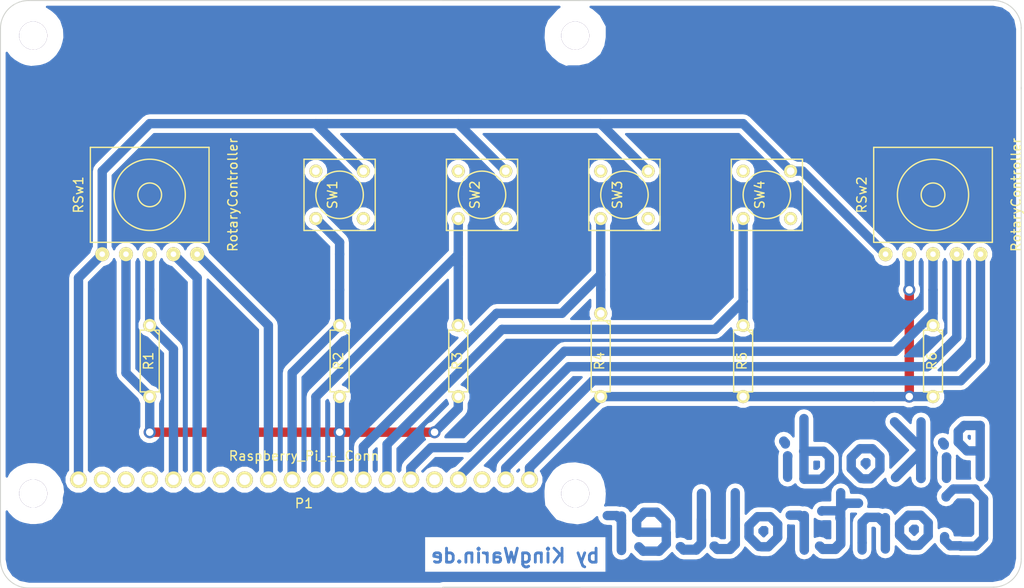
<source format=kicad_pcb>
(kicad_pcb (version 4) (host pcbnew 4.0.2+dfsg1-2~bpo8+1-stable)

  (general
    (links 41)
    (no_connects 11)
    (area 107.099597 73.54124 218.725 138.730001)
    (thickness 1.6)
    (drawings 13)
    (tracks 228)
    (zones 0)
    (modules 17)
    (nets 14)
  )

  (page A4)
  (title_block
    (title "Raspberry Pi Kodi Controller")
    (date 2016-08-18)
    (rev 0.1)
    (comment 1 "Author: Sven")
    (comment 2 "License: CERN OHL V1.2")
  )

  (layers
    (0 F.Cu signal)
    (31 B.Cu signal)
    (32 B.Adhes user)
    (33 F.Adhes user hide)
    (34 B.Paste user)
    (35 F.Paste user)
    (36 B.SilkS user)
    (37 F.SilkS user)
    (38 B.Mask user)
    (39 F.Mask user)
    (40 Dwgs.User user)
    (41 Cmts.User user)
    (42 Eco1.User user)
    (43 Eco2.User user)
    (44 Edge.Cuts user)
    (45 Margin user)
    (46 B.CrtYd user)
    (47 F.CrtYd user)
    (48 B.Fab user)
    (49 F.Fab user)
  )

  (setup
    (last_trace_width 1)
    (user_trace_width 0.1)
    (user_trace_width 0.2)
    (user_trace_width 0.3)
    (user_trace_width 0.4)
    (user_trace_width 0.5)
    (user_trace_width 0.6)
    (user_trace_width 0.8)
    (user_trace_width 1)
    (trace_clearance 0.5)
    (zone_clearance 0.23)
    (zone_45_only no)
    (trace_min 1)
    (segment_width 0.2)
    (edge_width 0.1)
    (via_size 1.3)
    (via_drill 0.8)
    (via_min_size 1.3)
    (via_min_drill 0.16)
    (user_via 0.4 0.22)
    (user_via 1.5 0.8)
    (uvia_size 0.508)
    (uvia_drill 0.127)
    (uvias_allowed no)
    (uvia_min_size 0.508)
    (uvia_min_drill 0.127)
    (pcb_text_width 0.3)
    (pcb_text_size 1.5 1.5)
    (mod_edge_width 0.15)
    (mod_text_size 1 1)
    (mod_text_width 0.15)
    (pad_size 1.778 1.778)
    (pad_drill 1.143)
    (pad_to_mask_clearance 0)
    (aux_axis_origin 0 0)
    (grid_origin 211.1 101.7)
    (visible_elements 7FFFFF7F)
    (pcbplotparams
      (layerselection 0x010f0_80000001)
      (usegerberextensions false)
      (excludeedgelayer true)
      (linewidth 0.100000)
      (plotframeref false)
      (viasonmask false)
      (mode 1)
      (useauxorigin false)
      (hpglpennumber 1)
      (hpglpenspeed 20)
      (hpglpendiameter 15)
      (hpglpenoverlay 2)
      (psnegative false)
      (psa4output false)
      (plotreference true)
      (plotvalue true)
      (plotinvisibletext false)
      (padsonsilk false)
      (subtractmaskfromsilk false)
      (outputformat 1)
      (mirror false)
      (drillshape 0)
      (scaleselection 1)
      (outputdirectory /home/mangokid/Desktop/hat_gerber/))
  )

  (net 0 "")
  (net 1 GND)
  (net 2 +3V3)
  (net 3 "Net-(P1-Pad3)")
  (net 4 "Net-(P1-Pad7)")
  (net 5 "Net-(P1-Pad11)")
  (net 6 "Net-(P1-Pad13)")
  (net 7 "Net-(P1-Pad15)")
  (net 8 "Net-(P1-Pad17)")
  (net 9 "Net-(P1-Pad19)")
  (net 10 "Net-(P1-Pad31)")
  (net 11 "Net-(P1-Pad21)")
  (net 12 "Net-(P1-Pad29)")
  (net 13 "Net-(P1-Pad23)")

  (net_class Default "This is the default net class."
    (clearance 0.5)
    (trace_width 1)
    (via_dia 1.3)
    (via_drill 0.8)
    (uvia_dia 0.508)
    (uvia_drill 0.127)
    (add_net +3V3)
    (add_net GND)
    (add_net "Net-(P1-Pad11)")
    (add_net "Net-(P1-Pad13)")
    (add_net "Net-(P1-Pad15)")
    (add_net "Net-(P1-Pad17)")
    (add_net "Net-(P1-Pad19)")
    (add_net "Net-(P1-Pad21)")
    (add_net "Net-(P1-Pad23)")
    (add_net "Net-(P1-Pad29)")
    (add_net "Net-(P1-Pad3)")
    (add_net "Net-(P1-Pad31)")
    (add_net "Net-(P1-Pad7)")
  )

  (module Buttons_Switches_ThroughHole:SW_PUSH_SMALL (layer F.Cu) (tedit 57AFACB3) (tstamp 57AB4D50)
    (at 190.78 96.62 90)
    (path /57AB452B)
    (fp_text reference SW4 (at 0 -0.762 90) (layer F.SilkS)
      (effects (font (size 1 1) (thickness 0.15)))
    )
    (fp_text value SW_PUSH_SMALL (at 0 1.016 90) (layer F.Fab)
      (effects (font (size 1 1) (thickness 0.15)))
    )
    (fp_circle (center 0 0) (end 0 -2.54) (layer F.SilkS) (width 0.15))
    (fp_line (start -3.81 -3.81) (end 3.81 -3.81) (layer F.SilkS) (width 0.15))
    (fp_line (start 3.81 -3.81) (end 3.81 3.81) (layer F.SilkS) (width 0.15))
    (fp_line (start 3.81 3.81) (end -3.81 3.81) (layer F.SilkS) (width 0.15))
    (fp_line (start -3.81 -3.81) (end -3.81 3.81) (layer F.SilkS) (width 0.15))
    (pad 1 thru_hole circle (at 2.54 -2.54 90) (size 1.397 1.397) (drill 0.8128) (layers *.Cu *.Mask F.SilkS)
      (net 6 "Net-(P1-Pad13)"))
    (pad 2 thru_hole circle (at 2.54 2.54 90) (size 1.397 1.397) (drill 0.8128) (layers *.Cu *.Mask F.SilkS)
      (net 1 GND))
    (pad 1 thru_hole circle (at -2.54 -2.54 90) (size 1.397 1.397) (drill 0.8128) (layers *.Cu *.Mask F.SilkS)
      (net 6 "Net-(P1-Pad13)"))
    (pad 2 thru_hole circle (at -2.54 2.54 90) (size 1.397 1.397) (drill 0.8128) (layers *.Cu *.Mask F.SilkS)
      (net 1 GND))
  )

  (module Buttons_Switches_ThroughHole:SW_PUSH_SMALL (layer F.Cu) (tedit 57AFAC97) (tstamp 57AB4D43)
    (at 175.54 96.62 90)
    (path /57AB44FE)
    (fp_text reference SW3 (at 0 -0.762 90) (layer F.SilkS)
      (effects (font (size 1 1) (thickness 0.15)))
    )
    (fp_text value SW_PUSH_SMALL (at 0 1.016 90) (layer F.Fab)
      (effects (font (size 1 1) (thickness 0.15)))
    )
    (fp_circle (center 0 0) (end 0 -2.54) (layer F.SilkS) (width 0.15))
    (fp_line (start -3.81 -3.81) (end 3.81 -3.81) (layer F.SilkS) (width 0.15))
    (fp_line (start 3.81 -3.81) (end 3.81 3.81) (layer F.SilkS) (width 0.15))
    (fp_line (start 3.81 3.81) (end -3.81 3.81) (layer F.SilkS) (width 0.15))
    (fp_line (start -3.81 -3.81) (end -3.81 3.81) (layer F.SilkS) (width 0.15))
    (pad 1 thru_hole circle (at 2.54 -2.54 90) (size 1.397 1.397) (drill 0.8128) (layers *.Cu *.Mask F.SilkS)
      (net 7 "Net-(P1-Pad15)"))
    (pad 2 thru_hole circle (at 2.54 2.54 90) (size 1.397 1.397) (drill 0.8128) (layers *.Cu *.Mask F.SilkS)
      (net 1 GND))
    (pad 1 thru_hole circle (at -2.54 -2.54 90) (size 1.397 1.397) (drill 0.8128) (layers *.Cu *.Mask F.SilkS)
      (net 7 "Net-(P1-Pad15)"))
    (pad 2 thru_hole circle (at -2.54 2.54 90) (size 1.397 1.397) (drill 0.8128) (layers *.Cu *.Mask F.SilkS)
      (net 1 GND))
  )

  (module Buttons_Switches_ThroughHole:SW_PUSH_SMALL (layer F.Cu) (tedit 57AFAC74) (tstamp 57AB4D36)
    (at 160.3 96.62 90)
    (path /57AB44DF)
    (fp_text reference SW2 (at 0 -0.762 90) (layer F.SilkS)
      (effects (font (size 1 1) (thickness 0.15)))
    )
    (fp_text value SW_PUSH_SMALL (at 0 1.016 90) (layer F.Fab)
      (effects (font (size 1 1) (thickness 0.15)))
    )
    (fp_circle (center 0 0) (end 0 -2.54) (layer F.SilkS) (width 0.15))
    (fp_line (start -3.81 -3.81) (end 3.81 -3.81) (layer F.SilkS) (width 0.15))
    (fp_line (start 3.81 -3.81) (end 3.81 3.81) (layer F.SilkS) (width 0.15))
    (fp_line (start 3.81 3.81) (end -3.81 3.81) (layer F.SilkS) (width 0.15))
    (fp_line (start -3.81 -3.81) (end -3.81 3.81) (layer F.SilkS) (width 0.15))
    (pad 1 thru_hole circle (at 2.54 -2.54 90) (size 1.397 1.397) (drill 0.8128) (layers *.Cu *.Mask F.SilkS)
      (net 9 "Net-(P1-Pad19)"))
    (pad 2 thru_hole circle (at 2.54 2.54 90) (size 1.397 1.397) (drill 0.8128) (layers *.Cu *.Mask F.SilkS)
      (net 1 GND))
    (pad 1 thru_hole circle (at -2.54 -2.54 90) (size 1.397 1.397) (drill 0.8128) (layers *.Cu *.Mask F.SilkS)
      (net 9 "Net-(P1-Pad19)"))
    (pad 2 thru_hole circle (at -2.54 2.54 90) (size 1.397 1.397) (drill 0.8128) (layers *.Cu *.Mask F.SilkS)
      (net 1 GND))
  )

  (module Buttons_Switches_ThroughHole:SW_PUSH_SMALL (layer F.Cu) (tedit 57AFAC26) (tstamp 57AB4D29)
    (at 145.06 96.62 90)
    (path /57AB4472)
    (fp_text reference SW1 (at 0 -0.762 90) (layer F.SilkS)
      (effects (font (size 1 1) (thickness 0.15)))
    )
    (fp_text value SW_PUSH_SMALL (at 0 1.016 90) (layer F.Fab)
      (effects (font (size 1 1) (thickness 0.15)))
    )
    (fp_circle (center 0 0) (end 0 -2.54) (layer F.SilkS) (width 0.15))
    (fp_line (start -3.81 -3.81) (end 3.81 -3.81) (layer F.SilkS) (width 0.15))
    (fp_line (start 3.81 -3.81) (end 3.81 3.81) (layer F.SilkS) (width 0.15))
    (fp_line (start 3.81 3.81) (end -3.81 3.81) (layer F.SilkS) (width 0.15))
    (fp_line (start -3.81 -3.81) (end -3.81 3.81) (layer F.SilkS) (width 0.15))
    (pad 1 thru_hole circle (at 2.54 -2.54 90) (size 1.397 1.397) (drill 0.8128) (layers *.Cu *.Mask F.SilkS)
      (net 11 "Net-(P1-Pad21)"))
    (pad 2 thru_hole circle (at 2.54 2.54 90) (size 1.397 1.397) (drill 0.8128) (layers *.Cu *.Mask F.SilkS)
      (net 1 GND))
    (pad 1 thru_hole circle (at -2.54 -2.54 90) (size 1.397 1.397) (drill 0.8128) (layers *.Cu *.Mask F.SilkS)
      (net 11 "Net-(P1-Pad21)"))
    (pad 2 thru_hole circle (at -2.54 2.54 90) (size 1.397 1.397) (drill 0.8128) (layers *.Cu *.Mask F.SilkS)
      (net 1 GND))
  )

  (module Discret:R3 (layer F.Cu) (tedit 57AC9D10) (tstamp 57AB4CE2)
    (at 173 114.4 270)
    (descr "Resitance 3 pas")
    (tags R)
    (path /57AB4647)
    (fp_text reference R4 (at 0 0.127 270) (layer F.SilkS)
      (effects (font (size 1 1) (thickness 0.15)))
    )
    (fp_text value R (at 0 0.127 270) (layer F.Fab)
      (effects (font (size 1 1) (thickness 0.15)))
    )
    (fp_line (start -3.302 -1.016) (end -4.318 -1.016) (layer F.SilkS) (width 0.15))
    (fp_line (start -4.318 -1.016) (end -4.318 1.016) (layer F.SilkS) (width 0.15))
    (fp_line (start -4.318 1.016) (end -3.302 1.016) (layer F.SilkS) (width 0.15))
    (fp_line (start -4.826 0) (end -4.318 0) (layer F.SilkS) (width 0.15))
    (fp_line (start 3.81 0) (end 3.302 0) (layer F.SilkS) (width 0.15))
    (fp_line (start 3.302 0) (end 3.302 -1.016) (layer F.SilkS) (width 0.15))
    (fp_line (start 3.302 -1.016) (end -3.302 -1.016) (layer F.SilkS) (width 0.15))
    (fp_line (start -4.318 -1.016) (end -4.318 1.016) (layer F.SilkS) (width 0.15))
    (fp_line (start -3.302 1.016) (end 3.302 1.016) (layer F.SilkS) (width 0.15))
    (fp_line (start 3.302 1.016) (end 3.302 0) (layer F.SilkS) (width 0.15))
    (fp_line (start -4.318 -0.508) (end -3.81 -1.016) (layer F.SilkS) (width 0.15))
    (pad 1 thru_hole circle (at -5.08 0 270) (size 1.397 1.397) (drill 0.8128) (layers *.Cu *.Mask F.SilkS)
      (net 7 "Net-(P1-Pad15)"))
    (pad 2 thru_hole circle (at 3.81 0 270) (size 1.397 1.397) (drill 0.8128) (layers *.Cu *.Mask F.SilkS)
      (net 2 +3V3))
    (model Discret.3dshapes/R3.wrl
      (at (xyz 0 0 0))
      (scale (xyz 0.3 0.3 0.3))
      (rotate (xyz 0 0 0))
    )
  )

  (module Mounting_Holes:MountingHole_3mm locked (layer F.Cu) (tedit 5509CE9A) (tstamp 5509D3BE)
    (at 112.27 128.58 180)
    (descr "Mounting hole, Befestigungsbohrung, 3mm, No Annular, Kein Restring,")
    (tags "Mounting hole, Befestigungsbohrung, 3mm, No Annular, Kein Restring,")
    (fp_text reference REF** (at 0 -4.0005 180) (layer F.SilkS) hide
      (effects (font (size 0.5 0.5) (thickness 0.125)))
    )
    (fp_text value MountingHole_3mm (at 1.00076 5.00126 180) (layer F.Fab) hide
      (effects (font (size 0.5 0.5) (thickness 0.125)))
    )
    (fp_circle (center 0 0) (end 2.99974 0) (layer Cmts.User) (width 0.381))
    (pad 1 thru_hole circle (at 0 0 180) (size 2.99974 2.99974) (drill 2.99974) (layers))
  )

  (module Mounting_Holes:MountingHole_3mm locked (layer F.Cu) (tedit 5509CEA9) (tstamp 5509D3C4)
    (at 112.27 79.58 180)
    (descr "Mounting hole, Befestigungsbohrung, 3mm, No Annular, Kein Restring,")
    (tags "Mounting hole, Befestigungsbohrung, 3mm, No Annular, Kein Restring,")
    (fp_text reference REF** (at 0 -4.0005 180) (layer F.SilkS) hide
      (effects (font (size 0.5 0.5) (thickness 0.125)))
    )
    (fp_text value MountingHole_3mm (at 1.00076 5.00126 180) (layer F.Fab) hide
      (effects (font (size 0.5 0.5) (thickness 0.125)))
    )
    (fp_circle (center 0 0) (end 2.99974 0) (layer Cmts.User) (width 0.381))
    (pad 1 thru_hole circle (at 0 0 180) (size 2.99974 2.99974) (drill 2.99974) (layers))
  )

  (module Mounting_Holes:MountingHole_3mm locked (layer F.Cu) (tedit 5509CEA3) (tstamp 5509D3C2)
    (at 170.27 79.58 180)
    (descr "Mounting hole, Befestigungsbohrung, 3mm, No Annular, Kein Restring,")
    (tags "Mounting hole, Befestigungsbohrung, 3mm, No Annular, Kein Restring,")
    (fp_text reference REF** (at 0 -4.0005 180) (layer F.SilkS) hide
      (effects (font (size 0.5 0.5) (thickness 0.125)))
    )
    (fp_text value MountingHole_3mm (at 1.00076 5.00126 180) (layer F.Fab) hide
      (effects (font (size 0.5 0.5) (thickness 0.125)))
    )
    (fp_circle (center 0 0) (end 2.99974 0) (layer Cmts.User) (width 0.381))
    (pad 1 thru_hole circle (at 0 0 180) (size 2.99974 2.99974) (drill 2.99974) (layers))
  )

  (module Mounting_Holes:MountingHole_3mm locked (layer F.Cu) (tedit 5509CE9D) (tstamp 5509D3C0)
    (at 170.27 128.58 180)
    (descr "Mounting hole, Befestigungsbohrung, 3mm, No Annular, Kein Restring,")
    (tags "Mounting hole, Befestigungsbohrung, 3mm, No Annular, Kein Restring,")
    (fp_text reference REF** (at 0 -4.0005 180) (layer F.SilkS) hide
      (effects (font (size 0.5 0.5) (thickness 0.125)))
    )
    (fp_text value MountingHole_3mm (at 1.00076 5.00126 180) (layer F.Fab) hide
      (effects (font (size 0.5 0.5) (thickness 0.125)))
    )
    (fp_circle (center 0 0) (end 2.99974 0) (layer Cmts.User) (width 0.381))
    (pad 1 thru_hole circle (at 0 0 180) (size 2.99974 2.99974) (drill 2.99974) (layers))
  )

  (module kodi-controller:pins (layer F.Cu) (tedit 57AC9EFD) (tstamp 57AB4CAA)
    (at 141.25 127.1 180)
    (path /57AB38ED)
    (fp_text reference P1 (at 0 -2.54 180) (layer F.SilkS)
      (effects (font (size 1 1) (thickness 0.15)))
    )
    (fp_text value Raspberry_Pi_+_Conn (at 0 2.54 180) (layer F.SilkS)
      (effects (font (size 1 1) (thickness 0.15)))
    )
    (pad 1 thru_hole circle (at -24.13 0 180) (size 1.778 1.778) (drill 1.143) (layers *.Cu *.Mask F.SilkS)
      (net 2 +3V3))
    (pad 2 thru_hole circle (at -21.59 0 180) (size 1.778 1.778) (drill 1.143) (layers *.Cu *.Mask F.SilkS)
      (net 3 "Net-(P1-Pad3)"))
    (pad 3 thru_hole circle (at -19.05 0 180) (size 1.778 1.778) (drill 1.143) (layers *.Cu *.Mask F.SilkS))
    (pad 4 thru_hole circle (at -16.51 0 180) (size 1.778 1.778) (drill 1.143) (layers *.Cu *.Mask F.SilkS)
      (net 4 "Net-(P1-Pad7)"))
    (pad 5 thru_hole circle (at -13.97 0 180) (size 1.778 1.778) (drill 1.143) (layers *.Cu *.Mask F.SilkS)
      (net 1 GND))
    (pad 6 thru_hole circle (at -11.43 0 180) (size 1.778 1.778) (drill 1.143) (layers *.Cu *.Mask F.SilkS)
      (net 5 "Net-(P1-Pad11)"))
    (pad 7 thru_hole circle (at -8.89 0 180) (size 1.778 1.778) (drill 1.143) (layers *.Cu *.Mask F.SilkS)
      (net 6 "Net-(P1-Pad13)"))
    (pad 8 thru_hole circle (at -6.35 0 180) (size 1.778 1.778) (drill 1.143) (layers *.Cu *.Mask F.SilkS)
      (net 7 "Net-(P1-Pad15)"))
    (pad 9 thru_hole circle (at -3.81 0 180) (size 1.778 1.778) (drill 1.143) (layers *.Cu *.Mask F.SilkS)
      (net 2 +3V3))
    (pad 10 thru_hole circle (at -1.27 0 180) (size 1.778 1.778) (drill 1.143) (layers *.Cu *.Mask F.SilkS)
      (net 9 "Net-(P1-Pad19)"))
    (pad 11 thru_hole circle (at 1.27 0 180) (size 1.778 1.778) (drill 1.143) (layers *.Cu *.Mask F.SilkS)
      (net 11 "Net-(P1-Pad21)"))
    (pad 12 thru_hole circle (at 3.81 0 180) (size 1.778 1.778) (drill 1.143) (layers *.Cu *.Mask F.SilkS)
      (net 13 "Net-(P1-Pad23)"))
    (pad 13 thru_hole circle (at 6.35 0 180) (size 1.778 1.778) (drill 1.143) (layers *.Cu *.Mask F.SilkS)
      (net 1 GND))
    (pad 14 thru_hole circle (at 8.89 0 180) (size 1.778 1.778) (drill 1.143) (layers *.Cu *.Mask F.SilkS))
    (pad 15 thru_hole circle (at 11.43 0 180) (size 1.778 1.778) (drill 1.143) (layers *.Cu *.Mask F.SilkS)
      (net 12 "Net-(P1-Pad29)"))
    (pad 16 thru_hole circle (at 13.97 0 180) (size 1.778 1.778) (drill 1.143) (layers *.Cu *.Mask F.SilkS)
      (net 10 "Net-(P1-Pad31)"))
    (pad 17 thru_hole circle (at 16.51 0 180) (size 1.778 1.778) (drill 1.143) (layers *.Cu *.Mask F.SilkS)
      (net 8 "Net-(P1-Pad17)"))
    (pad 18 thru_hole circle (at 19.05 0 180) (size 1.778 1.778) (drill 1.143) (layers *.Cu *.Mask F.SilkS))
    (pad 19 thru_hole circle (at 21.59 0 180) (size 1.778 1.778) (drill 1.143) (layers *.Cu *.Mask F.SilkS))
    (pad 20 thru_hole circle (at 24.13 0 180) (size 1.778 1.778) (drill 1.143) (layers *.Cu *.Mask F.SilkS)
      (net 1 GND))
  )

  (module Discret:R3 (layer F.Cu) (tedit 0) (tstamp 57AB4CB8)
    (at 124.74 114.4 270)
    (descr "Resitance 3 pas")
    (tags R)
    (path /57AB454E)
    (fp_text reference R1 (at 0 0.127 270) (layer F.SilkS)
      (effects (font (size 1 1) (thickness 0.15)))
    )
    (fp_text value R (at 0 0.127 270) (layer F.Fab)
      (effects (font (size 1 1) (thickness 0.15)))
    )
    (fp_line (start -3.81 0) (end -3.302 0) (layer F.SilkS) (width 0.15))
    (fp_line (start 3.81 0) (end 3.302 0) (layer F.SilkS) (width 0.15))
    (fp_line (start 3.302 0) (end 3.302 -1.016) (layer F.SilkS) (width 0.15))
    (fp_line (start 3.302 -1.016) (end -3.302 -1.016) (layer F.SilkS) (width 0.15))
    (fp_line (start -3.302 -1.016) (end -3.302 1.016) (layer F.SilkS) (width 0.15))
    (fp_line (start -3.302 1.016) (end 3.302 1.016) (layer F.SilkS) (width 0.15))
    (fp_line (start 3.302 1.016) (end 3.302 0) (layer F.SilkS) (width 0.15))
    (fp_line (start -3.302 -0.508) (end -2.794 -1.016) (layer F.SilkS) (width 0.15))
    (pad 1 thru_hole circle (at -3.81 0 270) (size 1.397 1.397) (drill 0.8128) (layers *.Cu *.Mask F.SilkS)
      (net 10 "Net-(P1-Pad31)"))
    (pad 2 thru_hole circle (at 3.81 0 270) (size 1.397 1.397) (drill 0.8128) (layers *.Cu *.Mask F.SilkS)
      (net 2 +3V3))
    (model Discret.3dshapes/R3.wrl
      (at (xyz 0 0 0))
      (scale (xyz 0.3 0.3 0.3))
      (rotate (xyz 0 0 0))
    )
  )

  (module Discret:R3 (layer F.Cu) (tedit 0) (tstamp 57AB4CC6)
    (at 145.06 114.4 270)
    (descr "Resitance 3 pas")
    (tags R)
    (path /57AB45E7)
    (fp_text reference R2 (at 0 0.127 270) (layer F.SilkS)
      (effects (font (size 1 1) (thickness 0.15)))
    )
    (fp_text value R (at 0 0.127 270) (layer F.Fab)
      (effects (font (size 1 1) (thickness 0.15)))
    )
    (fp_line (start -3.81 0) (end -3.302 0) (layer F.SilkS) (width 0.15))
    (fp_line (start 3.81 0) (end 3.302 0) (layer F.SilkS) (width 0.15))
    (fp_line (start 3.302 0) (end 3.302 -1.016) (layer F.SilkS) (width 0.15))
    (fp_line (start 3.302 -1.016) (end -3.302 -1.016) (layer F.SilkS) (width 0.15))
    (fp_line (start -3.302 -1.016) (end -3.302 1.016) (layer F.SilkS) (width 0.15))
    (fp_line (start -3.302 1.016) (end 3.302 1.016) (layer F.SilkS) (width 0.15))
    (fp_line (start 3.302 1.016) (end 3.302 0) (layer F.SilkS) (width 0.15))
    (fp_line (start -3.302 -0.508) (end -2.794 -1.016) (layer F.SilkS) (width 0.15))
    (pad 1 thru_hole circle (at -3.81 0 270) (size 1.397 1.397) (drill 0.8128) (layers *.Cu *.Mask F.SilkS)
      (net 11 "Net-(P1-Pad21)"))
    (pad 2 thru_hole circle (at 3.81 0 270) (size 1.397 1.397) (drill 0.8128) (layers *.Cu *.Mask F.SilkS)
      (net 2 +3V3))
    (model Discret.3dshapes/R3.wrl
      (at (xyz 0 0 0))
      (scale (xyz 0.3 0.3 0.3))
      (rotate (xyz 0 0 0))
    )
  )

  (module Discret:R3 (layer F.Cu) (tedit 0) (tstamp 57AB4CD4)
    (at 157.76 114.4 270)
    (descr "Resitance 3 pas")
    (tags R)
    (path /57AB4612)
    (fp_text reference R3 (at 0 0.127 270) (layer F.SilkS)
      (effects (font (size 1 1) (thickness 0.15)))
    )
    (fp_text value R (at 0 0.127 270) (layer F.Fab)
      (effects (font (size 1 1) (thickness 0.15)))
    )
    (fp_line (start -3.81 0) (end -3.302 0) (layer F.SilkS) (width 0.15))
    (fp_line (start 3.81 0) (end 3.302 0) (layer F.SilkS) (width 0.15))
    (fp_line (start 3.302 0) (end 3.302 -1.016) (layer F.SilkS) (width 0.15))
    (fp_line (start 3.302 -1.016) (end -3.302 -1.016) (layer F.SilkS) (width 0.15))
    (fp_line (start -3.302 -1.016) (end -3.302 1.016) (layer F.SilkS) (width 0.15))
    (fp_line (start -3.302 1.016) (end 3.302 1.016) (layer F.SilkS) (width 0.15))
    (fp_line (start 3.302 1.016) (end 3.302 0) (layer F.SilkS) (width 0.15))
    (fp_line (start -3.302 -0.508) (end -2.794 -1.016) (layer F.SilkS) (width 0.15))
    (pad 1 thru_hole circle (at -3.81 0 270) (size 1.397 1.397) (drill 0.8128) (layers *.Cu *.Mask F.SilkS)
      (net 9 "Net-(P1-Pad19)"))
    (pad 2 thru_hole circle (at 3.81 0 270) (size 1.397 1.397) (drill 0.8128) (layers *.Cu *.Mask F.SilkS)
      (net 2 +3V3))
    (model Discret.3dshapes/R3.wrl
      (at (xyz 0 0 0))
      (scale (xyz 0.3 0.3 0.3))
      (rotate (xyz 0 0 0))
    )
  )

  (module Discret:R3 (layer F.Cu) (tedit 0) (tstamp 57AB4CF0)
    (at 188.24 114.4 270)
    (descr "Resitance 3 pas")
    (tags R)
    (path /57AB4672)
    (fp_text reference R5 (at 0 0.127 270) (layer F.SilkS)
      (effects (font (size 1 1) (thickness 0.15)))
    )
    (fp_text value R (at 0 0.127 270) (layer F.Fab)
      (effects (font (size 1 1) (thickness 0.15)))
    )
    (fp_line (start -3.81 0) (end -3.302 0) (layer F.SilkS) (width 0.15))
    (fp_line (start 3.81 0) (end 3.302 0) (layer F.SilkS) (width 0.15))
    (fp_line (start 3.302 0) (end 3.302 -1.016) (layer F.SilkS) (width 0.15))
    (fp_line (start 3.302 -1.016) (end -3.302 -1.016) (layer F.SilkS) (width 0.15))
    (fp_line (start -3.302 -1.016) (end -3.302 1.016) (layer F.SilkS) (width 0.15))
    (fp_line (start -3.302 1.016) (end 3.302 1.016) (layer F.SilkS) (width 0.15))
    (fp_line (start 3.302 1.016) (end 3.302 0) (layer F.SilkS) (width 0.15))
    (fp_line (start -3.302 -0.508) (end -2.794 -1.016) (layer F.SilkS) (width 0.15))
    (pad 1 thru_hole circle (at -3.81 0 270) (size 1.397 1.397) (drill 0.8128) (layers *.Cu *.Mask F.SilkS)
      (net 6 "Net-(P1-Pad13)"))
    (pad 2 thru_hole circle (at 3.81 0 270) (size 1.397 1.397) (drill 0.8128) (layers *.Cu *.Mask F.SilkS)
      (net 2 +3V3))
    (model Discret.3dshapes/R3.wrl
      (at (xyz 0 0 0))
      (scale (xyz 0.3 0.3 0.3))
      (rotate (xyz 0 0 0))
    )
  )

  (module Discret:R3 (layer F.Cu) (tedit 0) (tstamp 57AB4CFE)
    (at 208.56 114.4 270)
    (descr "Resitance 3 pas")
    (tags R)
    (path /57AB4A67)
    (fp_text reference R6 (at 0 0.127 270) (layer F.SilkS)
      (effects (font (size 1 1) (thickness 0.15)))
    )
    (fp_text value R (at 0 0.127 270) (layer F.Fab)
      (effects (font (size 1 1) (thickness 0.15)))
    )
    (fp_line (start -3.81 0) (end -3.302 0) (layer F.SilkS) (width 0.15))
    (fp_line (start 3.81 0) (end 3.302 0) (layer F.SilkS) (width 0.15))
    (fp_line (start 3.302 0) (end 3.302 -1.016) (layer F.SilkS) (width 0.15))
    (fp_line (start 3.302 -1.016) (end -3.302 -1.016) (layer F.SilkS) (width 0.15))
    (fp_line (start -3.302 -1.016) (end -3.302 1.016) (layer F.SilkS) (width 0.15))
    (fp_line (start -3.302 1.016) (end 3.302 1.016) (layer F.SilkS) (width 0.15))
    (fp_line (start 3.302 1.016) (end 3.302 0) (layer F.SilkS) (width 0.15))
    (fp_line (start -3.302 -0.508) (end -2.794 -1.016) (layer F.SilkS) (width 0.15))
    (pad 1 thru_hole circle (at -3.81 0 270) (size 1.397 1.397) (drill 0.8128) (layers *.Cu *.Mask F.SilkS)
      (net 5 "Net-(P1-Pad11)"))
    (pad 2 thru_hole circle (at 3.81 0 270) (size 1.397 1.397) (drill 0.8128) (layers *.Cu *.Mask F.SilkS)
      (net 2 +3V3))
    (model Discret.3dshapes/R3.wrl
      (at (xyz 0 0 0))
      (scale (xyz 0.3 0.3 0.3))
      (rotate (xyz 0 0 0))
    )
  )

  (module kodi-controller:rotaryController (layer F.Cu) (tedit 57AC989C) (tstamp 57AB4D0D)
    (at 124.74 96.62)
    (path /57AB4311)
    (fp_text reference RSw1 (at -7.62 0 90) (layer F.SilkS)
      (effects (font (size 1 1) (thickness 0.15)))
    )
    (fp_text value RotaryController (at 8.89 0 90) (layer F.SilkS)
      (effects (font (size 1 1) (thickness 0.15)))
    )
    (fp_circle (center 0 0) (end 0 -1.27) (layer F.SilkS) (width 0.15))
    (fp_circle (center 0 0) (end 0 -3.81) (layer F.SilkS) (width 0.15))
    (fp_line (start -6.35 5.08) (end 6.35 5.08) (layer F.SilkS) (width 0.15))
    (fp_line (start 6.35 5.08) (end 6.35 -5.08) (layer F.SilkS) (width 0.15))
    (fp_line (start 6.35 -5.08) (end -6.35 -5.08) (layer F.SilkS) (width 0.15))
    (fp_line (start -6.35 -5.08) (end -6.35 5.08) (layer F.SilkS) (width 0.15))
    (pad 1 thru_hole circle (at -5.08 6.35) (size 1.5 1.5) (drill 0.6) (layers *.Cu *.Mask F.SilkS)
      (net 1 GND))
    (pad 2 thru_hole circle (at -2.54 6.35) (size 1.5 1.5) (drill 0.6) (layers *.Cu *.Mask F.SilkS)
      (net 2 +3V3))
    (pad 3 thru_hole circle (at 0 6.35) (size 1.5 1.5) (drill 0.6) (layers *.Cu *.Mask F.SilkS)
      (net 10 "Net-(P1-Pad31)"))
    (pad 4 thru_hole circle (at 2.54 6.35) (size 1.5 1.5) (drill 0.6) (layers *.Cu *.Mask F.SilkS)
      (net 12 "Net-(P1-Pad29)"))
    (pad 5 thru_hole circle (at 5.08 6.35) (size 1.5 1.5) (drill 0.6) (layers *.Cu *.Mask F.SilkS)
      (net 13 "Net-(P1-Pad23)"))
  )

  (module kodi-controller:rotaryController (layer F.Cu) (tedit 57AC97A5) (tstamp 57AB4D1C)
    (at 208.56 96.62)
    (path /57AB4384)
    (fp_text reference RSw2 (at -7.62 0 90) (layer F.SilkS)
      (effects (font (size 1 1) (thickness 0.15)))
    )
    (fp_text value RotaryController (at 8.89 0 90) (layer F.SilkS)
      (effects (font (size 1 1) (thickness 0.15)))
    )
    (fp_circle (center 0 0) (end 0 -1.27) (layer F.SilkS) (width 0.15))
    (fp_circle (center 0 0) (end 0 -3.81) (layer F.SilkS) (width 0.15))
    (fp_line (start -6.35 5.08) (end 6.35 5.08) (layer F.SilkS) (width 0.15))
    (fp_line (start 6.35 5.08) (end 6.35 -5.08) (layer F.SilkS) (width 0.15))
    (fp_line (start 6.35 -5.08) (end -6.35 -5.08) (layer F.SilkS) (width 0.15))
    (fp_line (start -6.35 -5.08) (end -6.35 5.08) (layer F.SilkS) (width 0.15))
    (pad 1 thru_hole circle (at -5.08 6.35) (size 1.5 1.5) (drill 0.6) (layers *.Cu *.Mask F.SilkS)
      (net 1 GND))
    (pad 2 thru_hole circle (at -2.54 6.35) (size 1.5 1.5) (drill 0.6) (layers *.Cu *.Mask F.SilkS)
      (net 2 +3V3))
    (pad 3 thru_hole circle (at 0 6.35) (size 1.5 1.5) (drill 0.6) (layers *.Cu *.Mask F.SilkS)
      (net 5 "Net-(P1-Pad11)"))
    (pad 4 thru_hole circle (at 2.54 6.35) (size 1.5 1.5) (drill 0.6) (layers *.Cu *.Mask F.SilkS)
      (net 4 "Net-(P1-Pad7)"))
    (pad 5 thru_hole circle (at 5.08 6.35) (size 1.5 1.5) (drill 0.6) (layers *.Cu *.Mask F.SilkS)
      (net 3 "Net-(P1-Pad3)"))
  )

  (gr_text "by KingWarin.de" (at 163.86 135.25) (layer B.Cu)
    (effects (font (size 1.5 1.5) (thickness 0.3)) (justify mirror))
  )
  (gr_line (start 156.07 75.83) (end 215.07 75.83) (angle 90) (layer Edge.Cuts) (width 0.1) (tstamp 57ACA090))
  (gr_line (start 218 78.7) (end 218 85.3) (layer Edge.Cuts) (width 0.1) (tstamp 57ACA07C))
  (gr_line (start 218 135.6) (end 218 85.1) (angle 90) (layer Edge.Cuts) (width 0.1) (tstamp 57ACA066))
  (gr_line (start 215.1 138.6) (end 156.1 138.6) (angle 90) (layer Edge.Cuts) (width 0.1) (tstamp 57ACA04B))
  (gr_arc (start 215 135.6) (end 218 135.6) (angle 90) (layer Edge.Cuts) (width 0.1) (tstamp 57ACA031))
  (gr_arc (start 215 78.82) (end 215 75.82) (angle 90) (layer Edge.Cuts) (width 0.1) (tstamp 57ACA001))
  (gr_line (start 108.77 129.33) (end 108.77 135.93) (layer Edge.Cuts) (width 0.1))
  (gr_line (start 111.77 75.83) (end 170.77 75.83) (angle 90) (layer Edge.Cuts) (width 0.1))
  (gr_line (start 108.77 129.33) (end 108.77 78.83) (angle 90) (layer Edge.Cuts) (width 0.1))
  (gr_line (start 170.77 138.68) (end 111.77 138.68) (angle 90) (layer Edge.Cuts) (width 0.1))
  (gr_arc (start 111.77 78.83) (end 108.77 78.83) (angle 90) (layer Edge.Cuts) (width 0.1))
  (gr_arc (start 111.77 135.68) (end 111.77 138.68) (angle 90) (layer Edge.Cuts) (width 0.1))

  (segment (start 175.22 134.67) (end 175.22 131.76) (width 1) (layer B.Cu) (net 0) (tstamp 57B55D30))
  (segment (start 175.22 130.98) (end 175.22 134.67) (width 1) (layer B.Cu) (net 0) (tstamp 57B55D2F))
  (segment (start 175.22 131.45) (end 174.71 130.94) (width 1) (layer B.Cu) (net 0) (tstamp 57B55D2E))
  (segment (start 175.22 131.76) (end 175.22 131.45) (width 1) (layer B.Cu) (net 0) (tstamp 57B55D2D))
  (segment (start 174.71 130.94) (end 173.7 130.94) (width 1) (layer B.Cu) (net 0) (tstamp 57B55D2C))
  (segment (start 179.76 132.72) (end 179.88 132.84) (width 1) (layer B.Cu) (net 0))
  (segment (start 177.08 132.72) (end 179.76 132.72) (width 1) (layer B.Cu) (net 0))
  (segment (start 176.85 132.49) (end 177.08 132.72) (width 1) (layer B.Cu) (net 0))
  (segment (start 176.85 131.43) (end 176.85 132.49) (width 1) (layer B.Cu) (net 0))
  (segment (start 177.63 130.65) (end 176.85 131.43) (width 1) (layer B.Cu) (net 0))
  (segment (start 177.63 130.58) (end 177.63 130.65) (width 1) (layer B.Cu) (net 0))
  (segment (start 178.99 130.58) (end 177.63 130.58) (width 1) (layer B.Cu) (net 0))
  (segment (start 180 131.59) (end 178.99 130.58) (width 1) (layer B.Cu) (net 0))
  (segment (start 180 132.8) (end 180 131.59) (width 1) (layer B.Cu) (net 0))
  (segment (start 180.01999 132.81999) (end 180 132.8) (width 1) (layer B.Cu) (net 0))
  (segment (start 179.26 134.75) (end 180.01999 133.99001) (width 1) (layer B.Cu) (net 0))
  (segment (start 180.01999 133.99001) (end 180.01999 132.81999) (width 1) (layer B.Cu) (net 0))
  (segment (start 179.14 134.75) (end 179.26 134.75) (width 1) (layer B.Cu) (net 0))
  (segment (start 177.55 134.75) (end 179.14 134.75) (width 1) (layer B.Cu) (net 0))
  (segment (start 177.08 134.28) (end 177.55 134.75) (width 1) (layer B.Cu) (net 0))
  (segment (start 183.78 128.56) (end 183.78 134.08) (width 1) (layer B.Cu) (net 0) (tstamp 57B55CD7))
  (segment (start 183.78 133.88) (end 183.78 131.36) (width 1) (layer B.Cu) (net 0) (tstamp 57B55CD6))
  (segment (start 183.11 134.55) (end 183.78 133.88) (width 1) (layer B.Cu) (net 0) (tstamp 57B55CD5))
  (segment (start 183.78 134.08) (end 183.23 134.63) (width 1) (layer B.Cu) (net 0) (tstamp 57B55CD4))
  (segment (start 181.56 134.28) (end 181.83 134.55) (width 1) (layer B.Cu) (net 0) (tstamp 57B55CD3))
  (segment (start 181.52 134.28) (end 181.56 134.28) (width 1) (layer B.Cu) (net 0) (tstamp 57B55CD2))
  (segment (start 181.87 134.63) (end 181.52 134.28) (width 1) (layer B.Cu) (net 0) (tstamp 57B55CD1))
  (segment (start 181.83 134.55) (end 183.11 134.55) (width 1) (layer B.Cu) (net 0) (tstamp 57B55CD0))
  (segment (start 183.23 134.63) (end 181.87 134.63) (width 1) (layer B.Cu) (net 0) (tstamp 57B55CCF))
  (segment (start 187.4 134.01) (end 186.85 134.56) (width 1) (layer B.Cu) (net 0) (tstamp 57B55CB7))
  (segment (start 186.85 134.56) (end 185.49 134.56) (width 1) (layer B.Cu) (net 0) (tstamp 57B55CB6))
  (segment (start 185.18 134.21) (end 185.45 134.48) (width 1) (layer B.Cu) (net 0) (tstamp 57B55CB5))
  (segment (start 185.14 134.21) (end 185.18 134.21) (width 1) (layer B.Cu) (net 0) (tstamp 57B55CB4))
  (segment (start 185.49 134.56) (end 185.14 134.21) (width 1) (layer B.Cu) (net 0) (tstamp 57B55CB3))
  (segment (start 185.45 134.48) (end 186.73 134.48) (width 1) (layer B.Cu) (net 0) (tstamp 57B55CB2))
  (segment (start 186.73 134.48) (end 187.4 133.81) (width 1) (layer B.Cu) (net 0) (tstamp 57B55CB1))
  (segment (start 187.4 133.81) (end 187.4 131.29) (width 1) (layer B.Cu) (net 0) (tstamp 57B55CB0))
  (segment (start 187.4 128.49) (end 187.4 134.01) (width 1) (layer B.Cu) (net 0) (tstamp 57B55CAE))
  (segment (start 190.93 134.28) (end 191.94 133.27) (width 1) (layer B.Cu) (net 0) (tstamp 57B55C9D))
  (segment (start 190.19 134.28) (end 190.93 134.28) (width 1) (layer B.Cu) (net 0) (tstamp 57B55C9C))
  (segment (start 188.87 133.2) (end 189.92 134.25) (width 1) (layer B.Cu) (net 0) (tstamp 57B55C9B))
  (segment (start 188.87 131.99) (end 188.87 133.2) (width 1) (layer B.Cu) (net 0) (tstamp 57B55C9A))
  (segment (start 191.94 133.27) (end 191.94 131.87) (width 1) (layer B.Cu) (net 0) (tstamp 57B55C99))
  (segment (start 191.13 131.06) (end 189.8 131.06) (width 1) (layer B.Cu) (net 0) (tstamp 57B55C98))
  (segment (start 189.8 131.06) (end 188.87 131.99) (width 1) (layer B.Cu) (net 0) (tstamp 57B55C97))
  (segment (start 191.94 131.87) (end 191.13 131.06) (width 1) (layer B.Cu) (net 0) (tstamp 57B55C96))
  (segment (start 194.28 130.9) (end 193.27 130.9) (width 1) (layer B.Cu) (net 0))
  (segment (start 194.79 131.41) (end 194.28 130.9) (width 1) (layer B.Cu) (net 0))
  (segment (start 194.79 131.72) (end 194.79 131.41) (width 1) (layer B.Cu) (net 0))
  (segment (start 194.79 134.63) (end 194.79 131.72) (width 1) (layer B.Cu) (net 0))
  (segment (start 194.79 130.94) (end 194.79 134.63) (width 1) (layer B.Cu) (net 0))
  (segment (start 196.69 130.43) (end 196.65 130.47) (width 1) (layer B.Cu) (net 0))
  (segment (start 198.44 130.43) (end 196.69 130.43) (width 1) (layer B.Cu) (net 0))
  (segment (start 199.25 129.62) (end 198.44 130.43) (width 1) (layer B.Cu) (net 0))
  (segment (start 200.58 129.62) (end 199.25 129.62) (width 1) (layer B.Cu) (net 0))
  (segment (start 199.26 129.62) (end 200.58 129.62) (width 1) (layer B.Cu) (net 0))
  (segment (start 198.6 130.28) (end 199.26 129.62) (width 1) (layer B.Cu) (net 0))
  (segment (start 198.6 131.21) (end 198.6 130.28) (width 1) (layer B.Cu) (net 0))
  (segment (start 198.68 131.29) (end 198.6 131.21) (width 1) (layer B.Cu) (net 0))
  (segment (start 198.68 133.81) (end 198.68 131.29) (width 1) (layer B.Cu) (net 0))
  (segment (start 198.01 134.48) (end 198.68 133.81) (width 1) (layer B.Cu) (net 0))
  (segment (start 196.73 134.48) (end 198.01 134.48) (width 1) (layer B.Cu) (net 0))
  (segment (start 196.46 134.21) (end 196.73 134.48) (width 1) (layer B.Cu) (net 0))
  (segment (start 196.42 134.21) (end 196.46 134.21) (width 1) (layer B.Cu) (net 0))
  (segment (start 196.77 134.56) (end 196.42 134.21) (width 1) (layer B.Cu) (net 0))
  (segment (start 198.13 134.56) (end 196.77 134.56) (width 1) (layer B.Cu) (net 0))
  (segment (start 198.68 134.01) (end 198.13 134.56) (width 1) (layer B.Cu) (net 0))
  (segment (start 198.68 128.49) (end 198.68 134.01) (width 1) (layer B.Cu) (net 0))
  (segment (start 200.97 133.85) (end 200.97 134.63) (width 1) (layer B.Cu) (net 0))
  (segment (start 200.97 131.68) (end 200.97 133.85) (width 1) (layer B.Cu) (net 0))
  (segment (start 201.52 131.13) (end 200.97 131.68) (width 1) (layer B.Cu) (net 0))
  (segment (start 202.72 131.13) (end 201.52 131.13) (width 1) (layer B.Cu) (net 0))
  (segment (start 203.46 131.91) (end 203.46 131.87) (width 1) (layer B.Cu) (net 0))
  (segment (start 203.46 131.87) (end 202.72 131.13) (width 1) (layer B.Cu) (net 0))
  (segment (start 203.46 131.17) (end 203.46 131.91) (width 1) (layer B.Cu) (net 0))
  (segment (start 203.46 134.52) (end 203.46 131.17) (width 1) (layer B.Cu) (net 0))
  (segment (start 204.98 131.84) (end 204.98 133.05) (width 1) (layer B.Cu) (net 0) (tstamp 57B55C45))
  (segment (start 205.91 130.91) (end 204.98 131.84) (width 1) (layer B.Cu) (net 0) (tstamp 57B55C44))
  (segment (start 207.24 130.91) (end 205.91 130.91) (width 1) (layer B.Cu) (net 0) (tstamp 57B55C43))
  (segment (start 208.05 131.72) (end 207.24 130.91) (width 1) (layer B.Cu) (net 0) (tstamp 57B55C42))
  (segment (start 208.05 133.12) (end 208.05 131.72) (width 1) (layer B.Cu) (net 0) (tstamp 57B55C41))
  (segment (start 204.98 133.05) (end 206.03 134.1) (width 1) (layer B.Cu) (net 0) (tstamp 57B55C40))
  (segment (start 207.04 134.13) (end 208.05 133.12) (width 1) (layer B.Cu) (net 0) (tstamp 57B55C3F))
  (segment (start 206.3 134.13) (end 207.04 134.13) (width 1) (layer B.Cu) (net 0) (tstamp 57B55C3E))
  (segment (start 209.8 133.58) (end 209.8 133.19) (width 1) (layer B.Cu) (net 0))
  (segment (start 210.39 134.17) (end 209.8 133.58) (width 1) (layer B.Cu) (net 0))
  (segment (start 211.48 134.17) (end 210.39 134.17) (width 1) (layer B.Cu) (net 0))
  (segment (start 211.52 134.21) (end 211.48 134.17) (width 1) (layer B.Cu) (net 0))
  (segment (start 213.11 134.21) (end 211.52 134.21) (width 1) (layer B.Cu) (net 0))
  (segment (start 213.97 133.35) (end 213.11 134.21) (width 1) (layer B.Cu) (net 0))
  (segment (start 213.97 129.15) (end 213.97 133.35) (width 1) (layer B.Cu) (net 0))
  (segment (start 213.07 128.25) (end 213.97 129.15) (width 1) (layer B.Cu) (net 0))
  (segment (start 213.07 128.1) (end 213.07 128.25) (width 1) (layer B.Cu) (net 0))
  (segment (start 210.73 128.1) (end 213.07 128.1) (width 1) (layer B.Cu) (net 0))
  (segment (start 209.96 128.87) (end 210.73 128.1) (width 1) (layer B.Cu) (net 0))
  (segment (start 209.96 128.95) (end 209.96 128.87) (width 1) (layer B.Cu) (net 0))
  (segment (start 192.59 122.97) (end 192.59 123) (width 1) (layer B.Cu) (net 0) (tstamp 57B55C13))
  (segment (start 192.59 123) (end 192.75999 123.16999) (width 1) (layer B.Cu) (net 0) (tstamp 57B55C12))
  (segment (start 192.75999 123.16999) (end 192.75999 123.28) (width 1) (layer B.Cu) (net 0) (tstamp 57B55C11))
  (segment (start 193 124.55) (end 193.03 124.58) (width 1) (layer B.Cu) (net 0) (tstamp 57B55C10))
  (segment (start 193 126.84) (end 193 124.55) (width 1) (layer B.Cu) (net 0) (tstamp 57B55C0F))
  (segment (start 196.85 124.06) (end 194.71 124.06) (width 1) (layer B.Cu) (net 0))
  (segment (start 197.47 124.68) (end 196.85 124.06) (width 1) (layer B.Cu) (net 0))
  (segment (start 197.47 126.2) (end 197.47 124.68) (width 1) (layer B.Cu) (net 0))
  (segment (start 196.62 127.05) (end 197.47 126.2) (width 1) (layer B.Cu) (net 0))
  (segment (start 194.79 127.05) (end 196.62 127.05) (width 1) (layer B.Cu) (net 0))
  (segment (start 194.75 127.01) (end 194.79 127.05) (width 1) (layer B.Cu) (net 0))
  (segment (start 194.75 120.56) (end 194.75 127.01) (width 1) (layer B.Cu) (net 0))
  (segment (start 199.81 125.93) (end 200.86 126.98) (width 1) (layer B.Cu) (net 0))
  (segment (start 199.81 124.72) (end 199.81 125.93) (width 1) (layer B.Cu) (net 0))
  (segment (start 200.74 123.79) (end 199.81 124.72) (width 1) (layer B.Cu) (net 0))
  (segment (start 202.07 123.79) (end 200.74 123.79) (width 1) (layer B.Cu) (net 0))
  (segment (start 202.88 124.6) (end 202.07 123.79) (width 1) (layer B.Cu) (net 0))
  (segment (start 202.88 126) (end 202.88 124.6) (width 1) (layer B.Cu) (net 0))
  (segment (start 201.87 127.01) (end 202.88 126) (width 1) (layer B.Cu) (net 0))
  (segment (start 201.13 127.01) (end 201.87 127.01) (width 1) (layer B.Cu) (net 0))
  (segment (start 207.2 123.67) (end 204.44 120.91) (width 1) (layer B.Cu) (net 0))
  (segment (start 207.2 124.21) (end 207.2 123.67) (width 1) (layer B.Cu) (net 0))
  (segment (start 204.55 126.86) (end 207.2 124.21) (width 1) (layer B.Cu) (net 0))
  (segment (start 207.24 124.17) (end 204.55 126.86) (width 1) (layer B.Cu) (net 0))
  (segment (start 207.24 124.06) (end 207.24 124.17) (width 1) (layer B.Cu) (net 0))
  (segment (start 207.24 126.93) (end 207.24 124.06) (width 1) (layer B.Cu) (net 0))
  (segment (start 207.28 126.97) (end 207.24 126.93) (width 1) (layer B.Cu) (net 0))
  (segment (start 207.28 120.91) (end 207.28 126.97) (width 1) (layer B.Cu) (net 0))
  (segment (start 209.75999 123.28999) (end 209.75999 123.4) (width 1) (layer B.Cu) (net 0))
  (segment (start 209.59 123.09) (end 209.59 123.12) (width 1) (layer B.Cu) (net 0))
  (segment (start 209.59 123.12) (end 209.75999 123.28999) (width 1) (layer B.Cu) (net 0))
  (segment (start 210 124.67) (end 210.03 124.7) (width 1) (layer B.Cu) (net 0))
  (segment (start 210 126.96) (end 210 124.67) (width 1) (layer B.Cu) (net 0))
  (segment (start 213.52 124.02) (end 213.58 123.96) (width 1) (layer B.Cu) (net 0))
  (segment (start 212.19 124.02) (end 213.52 124.02) (width 1) (layer B.Cu) (net 0))
  (segment (start 211.26 123.09) (end 212.19 124.02) (width 1) (layer B.Cu) (net 0))
  (segment (start 211.26 121.92) (end 211.26 123.09) (width 1) (layer B.Cu) (net 0))
  (segment (start 211.88 121.3) (end 211.26 121.92) (width 1) (layer B.Cu) (net 0))
  (segment (start 213.61 121.3) (end 211.88 121.3) (width 1) (layer B.Cu) (net 0))
  (segment (start 213.61 126.77) (end 213.61 121.3) (width 1) (layer B.Cu) (net 0))
  (segment (start 193.32 94.08) (end 194.59 94.08) (width 1) (layer B.Cu) (net 1))
  (segment (start 194.59 94.08) (end 203.48 102.97) (width 1) (layer B.Cu) (net 1))
  (segment (start 173 89) (end 188.24 89) (width 1) (layer B.Cu) (net 1))
  (segment (start 188.24 89) (end 193.32 94.08) (width 1) (layer B.Cu) (net 1))
  (segment (start 178.08 94.08) (end 173 89) (width 1) (layer B.Cu) (net 1))
  (segment (start 143.79 89) (end 157.76 89) (width 1) (layer B.Cu) (net 1))
  (segment (start 157.76 89) (end 159.03 89) (width 1) (layer B.Cu) (net 1))
  (segment (start 162.84 94.08) (end 157.76 89) (width 1) (layer B.Cu) (net 1))
  (segment (start 124.74 89) (end 142.52 89) (width 1) (layer B.Cu) (net 1))
  (segment (start 142.52 89) (end 143.79 89) (width 1) (layer B.Cu) (net 1))
  (segment (start 147.6 94.08) (end 142.52 89) (width 1) (layer B.Cu) (net 1))
  (segment (start 159.03 89) (end 173 89) (width 1) (layer B.Cu) (net 1))
  (segment (start 119.66 102.97) (end 119.66 94.08) (width 1) (layer B.Cu) (net 1))
  (segment (start 119.66 94.08) (end 124.74 89) (width 1) (layer B.Cu) (net 1))
  (segment (start 117.12 127.1) (end 117.12 105.51) (width 1) (layer B.Cu) (net 1))
  (segment (start 117.12 105.51) (end 119.66 102.97) (width 1) (layer B.Cu) (net 1))
  (segment (start 155.22 122.02) (end 145.06 122.02) (width 1) (layer F.Cu) (net 2))
  (segment (start 124.74 122.02) (end 145.06 122.02) (width 1) (layer F.Cu) (net 2))
  (segment (start 145.06 122.02) (end 145.06 127.1) (width 1) (layer B.Cu) (net 2))
  (segment (start 145.06 118.21) (end 145.06 122.02) (width 1) (layer B.Cu) (net 2))
  (via (at 145.06 122.02) (size 1.3) (drill 0.8) (layers F.Cu B.Cu) (net 2))
  (segment (start 157.76 119.48) (end 155.22 122.02) (width 1) (layer B.Cu) (net 2))
  (via (at 155.22 122.02) (size 1.3) (drill 0.8) (layers F.Cu B.Cu) (net 2))
  (segment (start 157.76 118.21) (end 157.76 119.48) (width 1) (layer B.Cu) (net 2))
  (via (at 124.74 122.02) (size 1.3) (drill 0.8) (layers F.Cu B.Cu) (net 2))
  (segment (start 124.74 118.21) (end 124.74 122.02) (width 1) (layer B.Cu) (net 2))
  (segment (start 122.2 102.97) (end 122.2 115.67) (width 1) (layer B.Cu) (net 2))
  (segment (start 122.2 115.67) (end 124.74 118.21) (width 1) (layer B.Cu) (net 2))
  (segment (start 206.02 106.78) (end 206.02 118.21) (width 1) (layer F.Cu) (net 2))
  (segment (start 206.02 118.21) (end 208.56 118.21) (width 1) (layer B.Cu) (net 2))
  (segment (start 202.21 118.21) (end 206.02 118.21) (width 1) (layer B.Cu) (net 2))
  (via (at 206.02 118.21) (size 1.3) (drill 0.8) (layers F.Cu B.Cu) (net 2))
  (segment (start 188.24 118.21) (end 202.21 118.21) (width 1) (layer B.Cu) (net 2))
  (segment (start 165.38 127.1) (end 165.38 125.83) (width 1) (layer B.Cu) (net 2))
  (via (at 206.02 106.78) (size 1.3) (drill 0.8) (layers F.Cu B.Cu) (net 2))
  (segment (start 206.02 102.97) (end 206.02 106.78) (width 1) (layer B.Cu) (net 2))
  (segment (start 173 118.21) (end 188.24 118.21) (width 1) (layer B.Cu) (net 2))
  (segment (start 165.38 125.83) (end 173 118.21) (width 1) (layer B.Cu) (net 2))
  (segment (start 162.84 127.1) (end 162.84 125.842765) (width 1) (layer B.Cu) (net 3))
  (segment (start 162.84 125.842765) (end 172.171266 116.511499) (width 1) (layer B.Cu) (net 3))
  (segment (start 172.171266 116.511499) (end 211.528501 116.511499) (width 1) (layer B.Cu) (net 3))
  (segment (start 211.528501 116.511499) (end 213.64 114.4) (width 1) (layer B.Cu) (net 3))
  (segment (start 213.64 114.4) (end 213.64 102.97) (width 1) (layer B.Cu) (net 3))
  (segment (start 157.76 127.1) (end 157.76 126.844278) (width 1) (layer B.Cu) (net 4))
  (segment (start 157.76 126.844278) (end 169.592789 115.011489) (width 1) (layer B.Cu) (net 4))
  (segment (start 169.592789 115.011489) (end 207.948511 115.011489) (width 1) (layer B.Cu) (net 4))
  (segment (start 207.948511 115.011489) (end 211.1 111.86) (width 1) (layer B.Cu) (net 4))
  (segment (start 211.1 111.86) (end 211.1 102.97) (width 1) (layer B.Cu) (net 4))
  (segment (start 152.68 127.1) (end 152.68 125.842765) (width 1) (layer B.Cu) (net 5))
  (segment (start 169.122934 113.36001) (end 204.51999 113.36001) (width 1) (layer B.Cu) (net 5))
  (segment (start 152.68 125.842765) (end 154.852764 123.670001) (width 1) (layer B.Cu) (net 5))
  (segment (start 158.812943 123.670001) (end 169.122934 113.36001) (width 1) (layer B.Cu) (net 5))
  (segment (start 154.852764 123.670001) (end 158.812943 123.670001) (width 1) (layer B.Cu) (net 5))
  (segment (start 204.51999 113.36001) (end 208.56 109.32) (width 1) (layer B.Cu) (net 5))
  (segment (start 208.56 109.32) (end 208.56 106.78) (width 1) (layer B.Cu) (net 5))
  (segment (start 208.56 106.78) (end 208.56 110.59) (width 1) (layer B.Cu) (net 5))
  (segment (start 208.56 102.97) (end 208.56 106.78) (width 1) (layer B.Cu) (net 5))
  (segment (start 188.24 106.78) (end 188.24 108.02) (width 1) (layer B.Cu) (net 6))
  (segment (start 188.24 108.02) (end 188.24 110.59) (width 1) (layer B.Cu) (net 6))
  (segment (start 150.14 127.1) (end 150.14 123.316218) (width 1) (layer B.Cu) (net 6))
  (segment (start 150.14 123.316218) (end 162.437717 111.018501) (width 1) (layer B.Cu) (net 6))
  (segment (start 162.437717 111.018501) (end 185.241499 111.018501) (width 1) (layer B.Cu) (net 6))
  (segment (start 185.241499 111.018501) (end 188.24 108.02) (width 1) (layer B.Cu) (net 6))
  (segment (start 188.24 99.16) (end 188.24 106.78) (width 1) (layer B.Cu) (net 6))
  (segment (start 173 99.16) (end 173 105.15) (width 1) (layer B.Cu) (net 7))
  (segment (start 173 105.15) (end 173 106.78) (width 1) (layer B.Cu) (net 7))
  (segment (start 161.872172 109.3) (end 168.85 109.3) (width 1) (layer B.Cu) (net 7))
  (segment (start 168.85 109.3) (end 173 105.15) (width 1) (layer B.Cu) (net 7))
  (segment (start 147.6 127.1) (end 147.6 123.572172) (width 1) (layer B.Cu) (net 7))
  (segment (start 147.6 123.572172) (end 161.872172 109.3) (width 1) (layer B.Cu) (net 7))
  (segment (start 173 106.78) (end 173 109.32) (width 1) (layer B.Cu) (net 7))
  (segment (start 157.76 99.16) (end 157.76 102.74) (width 1) (layer B.Cu) (net 9))
  (segment (start 157.76 102.74) (end 157.76 103.440218) (width 1) (layer B.Cu) (net 9))
  (segment (start 142.52 127.1) (end 142.52 118.236218) (width 1) (layer B.Cu) (net 9))
  (segment (start 142.52 118.236218) (end 157.76 102.996218) (width 1) (layer B.Cu) (net 9))
  (segment (start 157.76 102.996218) (end 157.76 102.74) (width 1) (layer B.Cu) (net 9))
  (segment (start 157.76 110.59) (end 157.76 104.24) (width 1) (layer B.Cu) (net 9))
  (segment (start 157.76 104.24) (end 157.76 103.440218) (width 1) (layer B.Cu) (net 9))
  (segment (start 124.74 110.59) (end 127.28 113.13) (width 1) (layer B.Cu) (net 10))
  (segment (start 127.28 113.13) (end 127.28 127.1) (width 1) (layer B.Cu) (net 10))
  (segment (start 124.74 106.78) (end 124.74 110.59) (width 1) (layer B.Cu) (net 10))
  (segment (start 124.74 102.97) (end 124.74 106.78) (width 1) (layer B.Cu) (net 10))
  (segment (start 139.98 127.1) (end 139.98 115.67) (width 1) (layer B.Cu) (net 11))
  (segment (start 139.98 115.67) (end 145.06 110.59) (width 1) (layer B.Cu) (net 11))
  (segment (start 145.06 101.7) (end 145.06 102.97) (width 1) (layer B.Cu) (net 11))
  (segment (start 142.52 99.16) (end 145.06 101.7) (width 1) (layer B.Cu) (net 11))
  (segment (start 145.06 106.78) (end 145.06 102.97) (width 1) (layer B.Cu) (net 11))
  (segment (start 145.06 110.59) (end 145.06 106.78) (width 1) (layer B.Cu) (net 11))
  (segment (start 127.28 102.97) (end 129.82 105.51) (width 1) (layer B.Cu) (net 12))
  (segment (start 129.82 105.51) (end 129.82 127.1) (width 1) (layer B.Cu) (net 12))
  (segment (start 129.82 102.97) (end 137.44 110.59) (width 1) (layer B.Cu) (net 13))
  (segment (start 137.44 110.59) (end 137.44 127.1) (width 1) (layer B.Cu) (net 13))

  (zone (net 0) (net_name "") (layer B.Cu) (tstamp 0) (hatch edge 0.508)
    (connect_pads (clearance 0.23))
    (min_thickness 0.254)
    (keepout (tracks not_allowed) (vias not_allowed) (copperpour not_allowed))
    (fill (arc_segments 16) (thermal_gap 0.508) (thermal_bridge_width 0.508))
    (polygon
      (pts
        (xy 169.38 82.76) (xy 170.69 82.76) (xy 171.67 82.54) (xy 172.35 82.09) (xy 172.96 81.56)
        (xy 173.39 80.65) (xy 173.54 79.76) (xy 173.54 78.6) (xy 172.9 77.43) (xy 172.13 76.76)
        (xy 171.37 76.36) (xy 170.54 76.27) (xy 169.29 76.18) (xy 168.43 76.76) (xy 167.36 77.95)
        (xy 167.05 78.75) (xy 166.99 79.82) (xy 167.17 81.11) (xy 167.82 81.87) (xy 168.52 82.45)
        (xy 169.32 82.82) (xy 169.56 82.76)
      )
    )
  )
  (zone (net 0) (net_name "") (layer B.Cu) (tstamp 0) (hatch edge 0.508)
    (connect_pads (clearance 0.23))
    (min_thickness 0.254)
    (keepout (tracks not_allowed) (vias not_allowed) (copperpour not_allowed))
    (fill (arc_segments 16) (thermal_gap 0.508) (thermal_bridge_width 0.508))
    (polygon
      (pts
        (xy 112.25 82.81) (xy 113.05 82.72) (xy 113.63 82.53) (xy 114.01 82.32) (xy 114.45 81.95)
        (xy 114.74 81.65) (xy 115.05 81.17) (xy 115.23 80.83) (xy 115.41 80.24) (xy 115.5 79.79)
        (xy 115.49 79.49) (xy 115.46 78.91) (xy 115.3 78.41) (xy 115.17 78) (xy 114.73 77.4)
        (xy 114.28 76.99) (xy 113.77 76.65) (xy 113.33 76.48) (xy 112.79 76.35) (xy 112.32 76.31)
        (xy 111.77 76.34) (xy 111.52 76.39) (xy 111 76.55) (xy 110.61 76.7) (xy 110.16 77.05)
        (xy 109.93 77.31) (xy 109.61 77.72) (xy 109.38 78.12) (xy 109.19 78.49) (xy 109.11 78.91)
        (xy 109.06 79.22) (xy 109.03 79.64) (xy 109.07 79.98) (xy 109.25 80.7) (xy 109.36 81.01)
        (xy 109.58 81.41) (xy 109.87 81.8) (xy 110.28 82.14) (xy 110.73 82.42) (xy 111.02 82.57)
        (xy 111.42 82.72) (xy 112.06 82.83) (xy 112.45 82.78)
      )
    )
  )
  (zone (net 0) (net_name "") (layer B.Cu) (tstamp 0) (hatch edge 0.508)
    (connect_pads (clearance 0.23))
    (min_thickness 0.254)
    (keepout (tracks not_allowed) (vias not_allowed) (copperpour not_allowed))
    (fill (arc_segments 16) (thermal_gap 0.508) (thermal_bridge_width 0.508))
    (polygon
      (pts
        (xy 115.45 127.64) (xy 115.15 126.9) (xy 114.6 126.22) (xy 113.98 125.72) (xy 113.31 125.43)
        (xy 112.54 125.33) (xy 111.75 125.33) (xy 111.22 125.45) (xy 110.63 125.69) (xy 110.23 125.96)
        (xy 109.85 126.3) (xy 109.67 126.57) (xy 109.52 126.9) (xy 109.23 127.33) (xy 109.09 127.89)
        (xy 109.07 128.17) (xy 109.02 128.71) (xy 109.03 129.15) (xy 109.14 129.58) (xy 109.37 130.13)
        (xy 109.66 130.62) (xy 110.1 131.08) (xy 110.41 131.33) (xy 110.86 131.57) (xy 111.29 131.71)
        (xy 112 131.85) (xy 112.51 131.85) (xy 113.25 131.76) (xy 113.66 131.6) (xy 114.24 131.35)
        (xy 114.55 130.97) (xy 114.94 130.51) (xy 115.2 130.16) (xy 115.44 129.55) (xy 115.44 129.03)
        (xy 115.58 128.42) (xy 115.51 127.78) (xy 115.43 127.52) (xy 115.36 127.42)
      )
    )
  )
  (zone (net 0) (net_name "") (layer B.Cu) (tstamp 0) (hatch edge 0.508)
    (connect_pads (clearance 0.23))
    (min_thickness 0.254)
    (keepout (tracks not_allowed) (vias not_allowed) (copperpour not_allowed))
    (fill (arc_segments 16) (thermal_gap 0.508) (thermal_bridge_width 0.508))
    (polygon
      (pts
        (xy 173.55 128.32) (xy 173.33 127.26) (xy 172.97 126.49) (xy 172.37 126) (xy 171.73 125.56)
        (xy 171.08 125.38) (xy 170.28 125.24) (xy 169.48 125.29) (xy 168.82 125.45) (xy 168.25 125.81)
        (xy 167.91 126.13) (xy 167.66 126.49) (xy 167.38 126.92) (xy 167.07 127.49) (xy 166.98 128.31)
        (xy 166.99 128.96) (xy 167.07 129.85) (xy 167.71 130.72) (xy 168.28 131.37) (xy 168.76 131.53)
        (xy 169.38 131.73) (xy 170.52 131.88) (xy 171.39 131.73) (xy 172.12 131.39) (xy 172.63 130.93)
        (xy 173.11 130.32) (xy 173.48 129.58) (xy 173.55 128.59) (xy 173.48 128.01) (xy 173.48 127.89)
      )
    )
  )
  (zone (net 0) (net_name "") (layer B.Cu) (tstamp 0) (hatch edge 0.508)
    (connect_pads (clearance 0.5))
    (min_thickness 0.254)
    (fill yes (arc_segments 16) (thermal_gap 0.508) (thermal_bridge_width 0.508))
    (polygon
      (pts
        (xy 111.8 75.9) (xy 215 75.9) (xy 215.24 75.91) (xy 215.37 75.93) (xy 215.51 75.95)
        (xy 215.64 75.98) (xy 215.81 76.01) (xy 215.99 76.08) (xy 216.18 76.15) (xy 216.3 76.2)
        (xy 216.46 76.29) (xy 216.54 76.34) (xy 216.65 76.4) (xy 216.86 76.56) (xy 217.03 76.72)
        (xy 217.13 76.82) (xy 217.24 76.94) (xy 217.33 77.07) (xy 217.43 77.19) (xy 217.5 77.31)
        (xy 217.59 77.44) (xy 217.64 77.57) (xy 217.68 77.64) (xy 217.73 77.8) (xy 217.77 77.87)
        (xy 217.8 77.97) (xy 217.82 78.03) (xy 217.85 78.11) (xy 217.88 78.24) (xy 217.89 78.3)
        (xy 217.9 78.37) (xy 217.91 78.5) (xy 217.93 78.57) (xy 217.93 78.78) (xy 217.9 79.01)
        (xy 217.9 135.7) (xy 217.89 135.92) (xy 217.85 136.17) (xy 217.73 136.6) (xy 217.66 136.8)
        (xy 217.45 137.18) (xy 217.3 137.38) (xy 216.95 137.77) (xy 216.73 137.93) (xy 216.52 138.07)
        (xy 216.33 138.17) (xy 216.09 138.3) (xy 215.78 138.39) (xy 215.48 138.46) (xy 215.31 138.49)
        (xy 215.13 138.51) (xy 214.77 138.5) (xy 111.05 138.5) (xy 110.86 138.45) (xy 110.74 138.4)
        (xy 110.54 138.33) (xy 110.37 138.23) (xy 110.19 138.1) (xy 110 137.97) (xy 109.83 137.83)
        (xy 109.64 137.64) (xy 109.45 137.42) (xy 109.28 137.19) (xy 109.15 136.94) (xy 109.03 136.65)
        (xy 108.94 136.42) (xy 108.92 136.21) (xy 108.87 136.04) (xy 108.86 135.84) (xy 108.86 135.55)
        (xy 108.83 78.81) (xy 108.84 78.72) (xy 108.84 78.64) (xy 108.85 78.55) (xy 108.86 78.44)
        (xy 108.88 78.32) (xy 108.9 78.22) (xy 108.94 78.07) (xy 108.97 77.95) (xy 109.04 77.77)
        (xy 109.12 77.59) (xy 109.2 77.43) (xy 109.32 77.24) (xy 109.42 77.09) (xy 109.55 76.92)
        (xy 109.69 76.77) (xy 109.87 76.61) (xy 109.99 76.52) (xy 110.09 76.44) (xy 110.27 76.32)
        (xy 110.38 76.26) (xy 110.51 76.19) (xy 110.71 76.1) (xy 110.84 76.06) (xy 110.97 76.01)
        (xy 111.09 75.98) (xy 111.18 75.96) (xy 111.37 75.93) (xy 111.49 75.91) (xy 111.58 75.9)
        (xy 111.87 75.9)
      )
    )
    (filled_polygon
      (pts
        (xy 168.358989 76.654708) (xy 168.335562 76.675085) (xy 167.265562 77.865085) (xy 167.24158 77.904112) (xy 166.93158 78.704112)
        (xy 166.923199 78.74289) (xy 166.863199 79.81289) (xy 166.864219 79.837551) (xy 167.044219 81.127551) (xy 167.073485 81.192546)
        (xy 167.723485 81.952546) (xy 167.738972 81.967793) (xy 168.438972 82.547793) (xy 168.466688 82.565269) (xy 169.266688 82.935269)
        (xy 169.30044 82.945485) (xy 169.350802 82.943208) (xy 169.575634 82.887) (xy 170.69 82.887) (xy 170.717818 82.883916)
        (xy 171.697818 82.663916) (xy 171.740087 82.645909) (xy 172.420087 82.195909) (xy 172.433296 82.185869) (xy 173.043296 81.655869)
        (xy 173.074826 81.614258) (xy 173.504826 80.704258) (xy 173.515234 80.671107) (xy 173.665234 79.781107) (xy 173.667 79.76)
        (xy 173.667 78.6) (xy 173.65142 78.539052) (xy 173.01142 77.369052) (xy 172.983365 77.334192) (xy 172.213365 76.664192)
        (xy 172.18915 76.647615) (xy 171.921981 76.507) (xy 214.983593 76.507) (xy 215.883898 76.686082) (xy 216.633231 77.186771)
        (xy 217.133918 77.936102) (xy 217.323 78.88668) (xy 217.323 135.53332) (xy 217.133918 136.483898) (xy 216.633231 137.233229)
        (xy 215.883898 137.733918) (xy 214.93332 137.923) (xy 156.1 137.923) (xy 155.840923 137.974534) (xy 155.798321 138.003)
        (xy 111.83668 138.003) (xy 110.886102 137.813918) (xy 110.136771 137.313231) (xy 109.636082 136.563898) (xy 109.447 135.61332)
        (xy 109.447 133.123) (xy 154.083 133.123) (xy 154.083 137.077) (xy 173.637001 137.077) (xy 173.637001 133.123)
        (xy 154.083 133.123) (xy 109.447 133.123) (xy 109.447 130.509455) (xy 109.550707 130.684684) (xy 109.568224 130.707785)
        (xy 110.008224 131.167785) (xy 110.020275 131.178858) (xy 110.330275 131.428858) (xy 110.350235 131.442059) (xy 110.800235 131.682059)
        (xy 110.820683 131.690761) (xy 111.250683 131.830761) (xy 111.265431 131.834601) (xy 111.975431 131.974601) (xy 112 131.977)
        (xy 112.51 131.977) (xy 112.525333 131.976071) (xy 113.265333 131.886071) (xy 113.29617 131.87831) (xy 113.70617 131.71831)
        (xy 113.71027 131.716627) (xy 114.29027 131.466627) (xy 114.338408 131.43028) (xy 114.647653 131.051205) (xy 115.03687 130.592129)
        (xy 115.041948 130.585733) (xy 115.301948 130.235733) (xy 115.318182 130.206498) (xy 115.558182 129.596498) (xy 115.567 129.55)
        (xy 115.567 129.044388) (xy 115.703782 128.448409) (xy 115.706247 128.406192) (xy 115.636247 127.766192) (xy 115.631384 127.742651)
        (xy 115.551384 127.482651) (xy 115.534042 127.44717) (xy 115.501183 127.400228) (xy 115.603738 127.400228) (xy 115.834049 127.957623)
        (xy 116.260134 128.384453) (xy 116.817126 128.615736) (xy 117.420228 128.616262) (xy 117.977623 128.385951) (xy 118.390346 127.973948)
        (xy 118.800134 128.384453) (xy 118.844211 128.402755) (xy 118.852467 128.427539) (xy 119.279216 128.583385) (xy 119.357126 128.615736)
        (xy 119.367827 128.615745) (xy 119.421965 128.635516) (xy 119.875863 128.616188) (xy 119.960228 128.616262) (xy 119.97012 128.612175)
        (xy 120.0277 128.609723) (xy 120.467533 128.427539) (xy 120.475603 128.403313) (xy 120.517623 128.385951) (xy 120.930346 127.973948)
        (xy 121.340134 128.384453) (xy 121.384211 128.402755) (xy 121.392467 128.427539) (xy 121.819216 128.583385) (xy 121.897126 128.615736)
        (xy 121.907827 128.615745) (xy 121.961965 128.635516) (xy 122.415863 128.616188) (xy 122.500228 128.616262) (xy 122.51012 128.612175)
        (xy 122.5677 128.609723) (xy 123.007533 128.427539) (xy 123.015603 128.403313) (xy 123.057623 128.385951) (xy 123.470346 127.973948)
        (xy 123.880134 128.384453) (xy 124.437126 128.615736) (xy 125.040228 128.616262) (xy 125.597623 128.385951) (xy 126.010346 127.973948)
        (xy 126.420134 128.384453) (xy 126.977126 128.615736) (xy 127.580228 128.616262) (xy 128.137623 128.385951) (xy 128.550346 127.973948)
        (xy 128.960134 128.384453) (xy 129.517126 128.615736) (xy 130.120228 128.616262) (xy 130.677623 128.385951) (xy 131.090346 127.973948)
        (xy 131.500134 128.384453) (xy 131.544211 128.402755) (xy 131.552467 128.427539) (xy 131.979216 128.583385) (xy 132.057126 128.615736)
        (xy 132.067827 128.615745) (xy 132.121965 128.635516) (xy 132.575863 128.616188) (xy 132.660228 128.616262) (xy 132.67012 128.612175)
        (xy 132.7277 128.609723) (xy 133.167533 128.427539) (xy 133.175603 128.403313) (xy 133.217623 128.385951) (xy 133.630346 127.973948)
        (xy 134.040134 128.384453) (xy 134.597126 128.615736) (xy 135.200228 128.616262) (xy 135.757623 128.385951) (xy 136.170346 127.973948)
        (xy 136.580134 128.384453) (xy 137.137126 128.615736) (xy 137.740228 128.616262) (xy 138.297623 128.385951) (xy 138.710346 127.973948)
        (xy 139.120134 128.384453) (xy 139.677126 128.615736) (xy 140.280228 128.616262) (xy 140.837623 128.385951) (xy 141.250346 127.973948)
        (xy 141.660134 128.384453) (xy 142.217126 128.615736) (xy 142.820228 128.616262) (xy 143.377623 128.385951) (xy 143.790346 127.973948)
        (xy 144.200134 128.384453) (xy 144.757126 128.615736) (xy 145.360228 128.616262) (xy 145.917623 128.385951) (xy 146.330346 127.973948)
        (xy 146.740134 128.384453) (xy 147.297126 128.615736) (xy 147.900228 128.616262) (xy 148.457623 128.385951) (xy 148.870346 127.973948)
        (xy 149.280134 128.384453) (xy 149.837126 128.615736) (xy 150.440228 128.616262) (xy 150.997623 128.385951) (xy 151.410346 127.973948)
        (xy 151.820134 128.384453) (xy 152.377126 128.615736) (xy 152.980228 128.616262) (xy 153.537623 128.385951) (xy 153.950346 127.973948)
        (xy 154.360134 128.384453) (xy 154.917126 128.615736) (xy 155.520228 128.616262) (xy 156.077623 128.385951) (xy 156.490346 127.973948)
        (xy 156.900134 128.384453) (xy 157.457126 128.615736) (xy 158.060228 128.616262) (xy 158.617623 128.385951) (xy 159.030346 127.973948)
        (xy 159.440134 128.384453) (xy 159.484211 128.402755) (xy 159.492467 128.427539) (xy 159.919216 128.583385) (xy 159.997126 128.615736)
        (xy 160.007827 128.615745) (xy 160.061965 128.635516) (xy 160.515863 128.616188) (xy 160.600228 128.616262) (xy 160.61012 128.612175)
        (xy 160.6677 128.609723) (xy 161.107533 128.427539) (xy 161.115603 128.403313) (xy 161.157623 128.385951) (xy 161.570346 127.973948)
        (xy 161.980134 128.384453) (xy 162.537126 128.615736) (xy 163.140228 128.616262) (xy 163.697623 128.385951) (xy 164.110346 127.973948)
        (xy 164.520134 128.384453) (xy 165.077126 128.615736) (xy 165.680228 128.616262) (xy 166.237623 128.385951) (xy 166.311749 128.311954)
        (xy 166.853015 128.311954) (xy 166.863015 128.961954) (xy 166.86351 128.97137) (xy 166.94351 129.86137) (xy 166.967699 129.925256)
        (xy 167.607699 130.795256) (xy 167.614514 130.803734) (xy 168.184514 131.453734) (xy 168.239839 131.490483) (xy 168.719839 131.650483)
        (xy 168.721011 131.650867) (xy 169.341011 131.850867) (xy 169.363432 131.855915) (xy 170.503432 132.005915) (xy 170.541578 132.005153)
        (xy 171.411578 131.855153) (xy 171.44362 131.845126) (xy 172.17362 131.505126) (xy 172.205061 131.484306) (xy 172.608829 131.120123)
        (xy 172.658788 131.371284) (xy 172.903091 131.736909) (xy 173.268716 131.981212) (xy 173.7 132.067) (xy 174.093 132.067)
        (xy 174.093 134.67) (xy 174.178788 135.101284) (xy 174.423091 135.466909) (xy 174.788716 135.711212) (xy 175.22 135.797)
        (xy 175.651284 135.711212) (xy 176.016909 135.466909) (xy 176.261212 135.101284) (xy 176.269967 135.057268) (xy 176.283091 135.076909)
        (xy 176.75309 135.546909) (xy 177.030213 135.732076) (xy 177.118716 135.791212) (xy 177.55 135.877) (xy 179.26 135.877)
        (xy 179.691284 135.791212) (xy 180.056909 135.546909) (xy 180.644511 134.959307) (xy 180.723091 135.076909) (xy 181.073091 135.42691)
        (xy 181.438716 135.671212) (xy 181.87 135.757) (xy 183.23 135.757) (xy 183.661284 135.671212) (xy 184.026909 135.426909)
        (xy 184.395 135.058818) (xy 184.693091 135.35691) (xy 184.977446 135.546909) (xy 185.058716 135.601212) (xy 185.49 135.687)
        (xy 186.85 135.687) (xy 187.281284 135.601212) (xy 187.646909 135.356909) (xy 188.196909 134.80691) (xy 188.441212 134.441285)
        (xy 188.453863 134.377682) (xy 189.12309 135.046909) (xy 189.488716 135.291212) (xy 189.92 135.376999) (xy 189.979588 135.365146)
        (xy 190.19 135.407) (xy 190.93 135.407) (xy 191.361284 135.321212) (xy 191.726909 135.076909) (xy 192.73691 134.066909)
        (xy 192.981212 133.701284) (xy 193.067 133.27) (xy 193.067 131.986621) (xy 193.27 132.027) (xy 193.663 132.027)
        (xy 193.663 134.63) (xy 193.748788 135.061284) (xy 193.993091 135.426909) (xy 194.358716 135.671212) (xy 194.79 135.757)
        (xy 195.221284 135.671212) (xy 195.586909 135.426909) (xy 195.76963 135.153448) (xy 195.973091 135.35691) (xy 196.257446 135.546909)
        (xy 196.338716 135.601212) (xy 196.77 135.687) (xy 198.13 135.687) (xy 198.561284 135.601212) (xy 198.926909 135.356909)
        (xy 199.476909 134.80691) (xy 199.721212 134.441285) (xy 199.735445 134.36973) (xy 199.807 134.01) (xy 199.807 130.747)
        (xy 200.309182 130.747) (xy 200.173091 130.883091) (xy 199.928788 131.248716) (xy 199.843 131.68) (xy 199.843 134.63)
        (xy 199.928788 135.061284) (xy 200.173091 135.426909) (xy 200.538716 135.671212) (xy 200.97 135.757) (xy 201.401284 135.671212)
        (xy 201.766909 135.426909) (xy 202.011212 135.061284) (xy 202.097 134.63) (xy 202.097 132.257) (xy 202.253182 132.257)
        (xy 202.333 132.336818) (xy 202.333 134.52) (xy 202.418788 134.951284) (xy 202.663091 135.316909) (xy 203.028716 135.561212)
        (xy 203.46 135.647) (xy 203.891284 135.561212) (xy 204.256909 135.316909) (xy 204.501212 134.951284) (xy 204.587 134.52)
        (xy 204.587 134.250818) (xy 205.23309 134.896909) (xy 205.598716 135.141212) (xy 206.03 135.226999) (xy 206.089588 135.215146)
        (xy 206.3 135.257) (xy 207.04 135.257) (xy 207.471284 135.171212) (xy 207.836909 134.926909) (xy 208.757751 134.006068)
        (xy 208.758788 134.011284) (xy 209.003091 134.376909) (xy 209.593091 134.966909) (xy 209.958716 135.211212) (xy 210.39 135.297)
        (xy 211.318907 135.297) (xy 211.52 135.337) (xy 213.11 135.337) (xy 213.541284 135.251212) (xy 213.906909 135.006909)
        (xy 214.76691 134.146909) (xy 215.011212 133.781284) (xy 215.097 133.35) (xy 215.097 129.15) (xy 215.011212 128.718716)
        (xy 214.766909 128.353091) (xy 214.151432 127.737614) (xy 214.406909 127.566909) (xy 214.651212 127.201284) (xy 214.737 126.77)
        (xy 214.737 121.3) (xy 214.651212 120.868716) (xy 214.406909 120.503091) (xy 214.041284 120.258788) (xy 213.61 120.173)
        (xy 211.88 120.173) (xy 211.52027 120.244555) (xy 211.448715 120.258788) (xy 211.08309 120.503091) (xy 210.463091 121.123091)
        (xy 210.218788 121.488716) (xy 210.133 121.92) (xy 210.133 122.123434) (xy 210.021284 122.048788) (xy 209.59 121.963)
        (xy 209.158716 122.048788) (xy 208.793091 122.293091) (xy 208.548788 122.658716) (xy 208.463 123.09) (xy 208.463 123.12)
        (xy 208.548788 123.551284) (xy 208.71153 123.794844) (xy 208.718778 123.831284) (xy 208.963081 124.196909) (xy 208.979425 124.20783)
        (xy 208.958788 124.238716) (xy 208.873 124.67) (xy 208.873 126.96) (xy 208.958788 127.391284) (xy 209.203091 127.756909)
        (xy 209.36865 127.867532) (xy 209.163091 128.073091) (xy 208.918788 128.438716) (xy 208.833 128.87) (xy 208.833 128.95)
        (xy 208.918788 129.381284) (xy 209.163091 129.746909) (xy 209.528716 129.991212) (xy 209.96 130.077) (xy 210.391284 129.991212)
        (xy 210.756909 129.746909) (xy 210.918003 129.505816) (xy 211.196819 129.227) (xy 212.453182 129.227) (xy 212.843 129.616818)
        (xy 212.843 132.883181) (xy 212.643182 133.083) (xy 211.681093 133.083) (xy 211.48 133.043) (xy 210.89776 133.043)
        (xy 210.841212 132.758716) (xy 210.596909 132.393091) (xy 210.231284 132.148788) (xy 209.8 132.063) (xy 209.368716 132.148788)
        (xy 209.177 132.276889) (xy 209.177 131.72) (xy 209.091212 131.288716) (xy 208.846909 130.923091) (xy 208.036909 130.113091)
        (xy 207.671284 129.868788) (xy 207.24 129.783) (xy 205.91 129.783) (xy 205.478716 129.868788) (xy 205.113091 130.11309)
        (xy 204.495706 130.730476) (xy 204.256909 130.373091) (xy 203.891284 130.128788) (xy 203.46 130.043) (xy 203.169298 130.100824)
        (xy 203.151284 130.088788) (xy 202.72 130.003) (xy 201.630816 130.003) (xy 201.707 129.62) (xy 201.621212 129.188716)
        (xy 201.376909 128.823091) (xy 201.011284 128.578788) (xy 200.58 128.493) (xy 199.807 128.493) (xy 199.807 128.49)
        (xy 199.721212 128.058716) (xy 199.476909 127.693091) (xy 199.111284 127.448788) (xy 198.68 127.363) (xy 198.248716 127.448788)
        (xy 197.883091 127.693091) (xy 197.638788 128.058716) (xy 197.553 128.49) (xy 197.553 129.303) (xy 196.69 129.303)
        (xy 196.258716 129.388788) (xy 195.893091 129.63309) (xy 195.853091 129.673091) (xy 195.608788 130.038716) (xy 195.58777 130.14438)
        (xy 195.586909 130.143091) (xy 195.221284 129.898788) (xy 194.79 129.813) (xy 194.635546 129.843723) (xy 194.28 129.773)
        (xy 193.27 129.773) (xy 192.838716 129.858788) (xy 192.473091 130.103091) (xy 192.228788 130.468716) (xy 192.212818 130.549)
        (xy 191.926909 130.263091) (xy 191.561284 130.018788) (xy 191.13 129.933) (xy 189.8 129.933) (xy 189.368716 130.018788)
        (xy 189.003091 130.26309) (xy 188.527 130.739182) (xy 188.527 128.49) (xy 188.441212 128.058716) (xy 188.196909 127.693091)
        (xy 187.831284 127.448788) (xy 187.4 127.363) (xy 186.968716 127.448788) (xy 186.603091 127.693091) (xy 186.358788 128.058716)
        (xy 186.273 128.49) (xy 186.273 133.343182) (xy 186.263182 133.353) (xy 185.886977 133.353) (xy 185.611284 133.168788)
        (xy 185.18 133.083) (xy 185.14 133.083) (xy 184.907 133.129347) (xy 184.907 128.56) (xy 184.821212 128.128716)
        (xy 184.576909 127.763091) (xy 184.211284 127.518788) (xy 183.78 127.433) (xy 183.348716 127.518788) (xy 182.983091 127.763091)
        (xy 182.738788 128.128716) (xy 182.653 128.56) (xy 182.653 133.413182) (xy 182.643182 133.423) (xy 182.266977 133.423)
        (xy 181.991284 133.238788) (xy 181.56 133.153) (xy 181.52 133.153) (xy 181.14699 133.227197) (xy 181.14699 132.81999)
        (xy 181.127 132.719494) (xy 181.127 131.59) (xy 181.041212 131.158716) (xy 180.975252 131.06) (xy 180.79691 130.793091)
        (xy 179.786909 129.783091) (xy 179.421284 129.538788) (xy 178.99 129.453) (xy 177.63 129.453) (xy 177.198716 129.538788)
        (xy 176.833091 129.783091) (xy 176.692135 129.994046) (xy 176.211646 130.474536) (xy 176.016909 130.183091) (xy 175.651284 129.938788)
        (xy 175.22 129.853) (xy 175.065546 129.883723) (xy 174.71 129.813) (xy 173.7 129.813) (xy 173.484008 129.855964)
        (xy 173.593592 129.636796) (xy 173.606684 129.588957) (xy 173.676684 128.598957) (xy 173.676085 128.574783) (xy 173.643006 128.300697)
        (xy 173.67435 128.294192) (xy 173.607 127.969687) (xy 173.607 127.89) (xy 173.590461 127.89) (xy 173.45435 127.234192)
        (xy 173.445047 127.206212) (xy 173.085047 126.436212) (xy 173.050332 126.391634) (xy 172.450332 125.901634) (xy 172.441949 125.895347)
        (xy 171.801949 125.455347) (xy 171.763894 125.437606) (xy 171.113894 125.257606) (xy 171.101892 125.254901) (xy 170.301892 125.114901)
        (xy 170.272078 125.113247) (xy 169.472078 125.163247) (xy 169.450079 125.166575) (xy 168.790079 125.326575) (xy 168.752183 125.342623)
        (xy 168.182183 125.702623) (xy 168.162959 125.717519) (xy 167.822959 126.037519) (xy 167.805686 126.05756) (xy 167.555686 126.41756)
        (xy 167.553574 126.4207) (xy 167.273574 126.8507) (xy 167.268433 126.859323) (xy 166.958433 127.429323) (xy 166.943758 127.476144)
        (xy 166.853758 128.296144) (xy 166.853015 128.311954) (xy 166.311749 128.311954) (xy 166.664453 127.959866) (xy 166.895736 127.402874)
        (xy 166.896262 126.799772) (xy 166.665951 126.242377) (xy 166.613742 126.190076) (xy 169.833818 122.97) (xy 191.463 122.97)
        (xy 191.463 123) (xy 191.548788 123.431284) (xy 191.71153 123.674844) (xy 191.718778 123.711284) (xy 191.963081 124.076909)
        (xy 191.979425 124.08783) (xy 191.958788 124.118716) (xy 191.873 124.55) (xy 191.873 126.84) (xy 191.958788 127.271284)
        (xy 192.203091 127.636909) (xy 192.568716 127.881212) (xy 193 127.967) (xy 193.431284 127.881212) (xy 193.796909 127.636909)
        (xy 193.818205 127.605038) (xy 193.953091 127.806909) (xy 193.993091 127.84691) (xy 194.358716 128.091212) (xy 194.79 128.177)
        (xy 196.62 128.177) (xy 197.051284 128.091212) (xy 197.416909 127.846909) (xy 198.26691 126.996909) (xy 198.511212 126.631284)
        (xy 198.597 126.2) (xy 198.597 124.72) (xy 198.683 124.72) (xy 198.683 125.93) (xy 198.768788 126.361284)
        (xy 199.013091 126.726909) (xy 200.06309 127.776909) (xy 200.428716 128.021212) (xy 200.86 128.106999) (xy 200.919588 128.095146)
        (xy 201.13 128.137) (xy 201.87 128.137) (xy 202.301284 128.051212) (xy 202.666909 127.806909) (xy 203.454659 127.01916)
        (xy 203.508788 127.291284) (xy 203.753091 127.656909) (xy 204.118716 127.901212) (xy 204.55 127.987) (xy 204.981284 127.901212)
        (xy 205.346909 127.656909) (xy 206.113 126.890818) (xy 206.113 126.93) (xy 206.198788 127.361284) (xy 206.443091 127.726909)
        (xy 206.483091 127.76691) (xy 206.81248 127.987) (xy 206.848716 128.011212) (xy 207.28 128.097) (xy 207.711285 128.011212)
        (xy 208.07691 127.76691) (xy 208.321212 127.401285) (xy 208.407 126.97) (xy 208.407 120.91) (xy 208.321212 120.478716)
        (xy 208.076909 120.113091) (xy 207.711284 119.868788) (xy 207.28 119.783) (xy 206.848716 119.868788) (xy 206.483091 120.113091)
        (xy 206.238788 120.478716) (xy 206.153 120.91) (xy 206.153 121.029182) (xy 205.236909 120.113091) (xy 204.871284 119.868788)
        (xy 204.44 119.783) (xy 204.008716 119.868788) (xy 203.643091 120.113091) (xy 203.398788 120.478716) (xy 203.313 120.91)
        (xy 203.398788 121.341284) (xy 203.643091 121.706909) (xy 205.876181 123.94) (xy 205.096182 124.72) (xy 204.007 125.809182)
        (xy 204.007 124.6) (xy 203.921212 124.168716) (xy 203.676909 123.803091) (xy 202.866909 122.993091) (xy 202.501284 122.748788)
        (xy 202.07 122.663) (xy 200.74 122.663) (xy 200.308716 122.748788) (xy 199.943091 122.99309) (xy 199.013091 123.923091)
        (xy 198.768788 124.288716) (xy 198.683 124.72) (xy 198.597 124.72) (xy 198.597 124.68) (xy 198.511212 124.248716)
        (xy 198.511212 124.248715) (xy 198.266909 123.88309) (xy 197.646909 123.263091) (xy 197.281284 123.018788) (xy 196.85 122.933)
        (xy 195.877 122.933) (xy 195.877 120.56) (xy 195.791212 120.128716) (xy 195.546909 119.763091) (xy 195.181284 119.518788)
        (xy 194.75 119.433) (xy 194.318716 119.518788) (xy 193.953091 119.763091) (xy 193.708788 120.128716) (xy 193.623 120.56)
        (xy 193.623 122.472008) (xy 193.556899 122.373081) (xy 193.447319 122.263501) (xy 193.386909 122.173091) (xy 193.021284 121.928788)
        (xy 192.59 121.843) (xy 192.158716 121.928788) (xy 191.793091 122.173091) (xy 191.548788 122.538716) (xy 191.463 122.97)
        (xy 169.833818 122.97) (xy 173.272023 119.531796) (xy 173.743462 119.337) (xy 187.497699 119.337) (xy 187.975185 119.535269)
        (xy 188.502502 119.53573) (xy 188.983462 119.337) (xy 205.404169 119.337) (xy 205.764875 119.486778) (xy 206.272897 119.487221)
        (xy 206.636459 119.337) (xy 207.817699 119.337) (xy 208.295185 119.535269) (xy 208.822502 119.53573) (xy 209.309854 119.334359)
        (xy 209.683049 118.961816) (xy 209.885269 118.474815) (xy 209.88573 117.947498) (xy 209.758053 117.638499) (xy 211.528501 117.638499)
        (xy 211.959785 117.552711) (xy 212.32541 117.308408) (xy 214.43691 115.196909) (xy 214.681212 114.831284) (xy 214.767 114.4)
        (xy 214.767 103.79064) (xy 214.806683 103.751026) (xy 215.01676 103.245104) (xy 215.017238 102.697299) (xy 214.808044 102.191011)
        (xy 214.421026 101.803317) (xy 213.915104 101.59324) (xy 213.367299 101.592762) (xy 212.861011 101.801956) (xy 212.473317 102.188974)
        (xy 212.370005 102.437776) (xy 212.268044 102.191011) (xy 211.881026 101.803317) (xy 211.375104 101.59324) (xy 210.827299 101.592762)
        (xy 210.321011 101.801956) (xy 209.933317 102.188974) (xy 209.830005 102.437776) (xy 209.728044 102.191011) (xy 209.341026 101.803317)
        (xy 208.835104 101.59324) (xy 208.287299 101.592762) (xy 207.781011 101.801956) (xy 207.393317 102.188974) (xy 207.290005 102.437776)
        (xy 207.188044 102.191011) (xy 206.801026 101.803317) (xy 206.295104 101.59324) (xy 205.747299 101.592762) (xy 205.241011 101.801956)
        (xy 204.853317 102.188974) (xy 204.750005 102.437776) (xy 204.648044 102.191011) (xy 204.261026 101.803317) (xy 203.755104 101.59324)
        (xy 203.697008 101.593189) (xy 195.386909 93.283091) (xy 195.021284 93.038788) (xy 194.59 92.953) (xy 194.062301 92.953)
        (xy 193.5912 92.757382) (xy 189.036909 88.203091) (xy 188.671284 87.958788) (xy 188.24 87.873) (xy 124.74 87.873)
        (xy 124.308716 87.958788) (xy 123.943091 88.203091) (xy 118.863091 93.283091) (xy 118.618788 93.648716) (xy 118.533 94.08)
        (xy 118.533 102.14936) (xy 118.493317 102.188974) (xy 118.28324 102.694896) (xy 118.283189 102.752992) (xy 116.323092 104.71309)
        (xy 116.323091 104.713091) (xy 116.078788 105.078716) (xy 115.993 105.51) (xy 115.993 126.082956) (xy 115.835547 126.240134)
        (xy 115.604264 126.797126) (xy 115.603738 127.400228) (xy 115.501183 127.400228) (xy 115.474219 127.361709) (xy 115.267696 126.852285)
        (xy 115.248744 126.820134) (xy 114.698744 126.140134) (xy 114.679725 126.121142) (xy 114.059725 125.621142) (xy 114.030447 125.603449)
        (xy 113.360447 125.313449) (xy 113.326356 125.304058) (xy 112.556356 125.204058) (xy 112.54 125.203) (xy 111.75 125.203)
        (xy 111.721955 125.206135) (xy 111.191955 125.326135) (xy 111.172147 125.33236) (xy 110.582147 125.57236) (xy 110.558947 125.584736)
        (xy 110.158947 125.854736) (xy 110.145317 125.865354) (xy 109.765317 126.205354) (xy 109.74433 126.229553) (xy 109.56433 126.499553)
        (xy 109.554383 126.517447) (xy 109.447 126.75369) (xy 109.447 81.431711) (xy 109.468721 81.471204) (xy 109.478087 81.485781)
        (xy 109.768087 81.875781) (xy 109.788931 81.897759) (xy 110.198931 82.237759) (xy 110.212906 82.24783) (xy 110.662906 82.52783)
        (xy 110.671653 82.532804) (xy 110.961653 82.682804) (xy 110.975407 82.688914) (xy 111.375407 82.838914) (xy 111.398487 82.845165)
        (xy 112.038487 82.955165) (xy 112.07615 82.955969) (xy 112.244107 82.934436) (xy 112.264198 82.936204) (xy 113.064198 82.846204)
        (xy 113.089536 82.840689) (xy 113.669536 82.650689) (xy 113.691428 82.641156) (xy 114.071428 82.431156) (xy 114.091737 82.417201)
        (xy 114.531737 82.047201) (xy 114.541312 82.038268) (xy 114.831312 81.738268) (xy 114.846685 81.718901) (xy 115.156685 81.238901)
        (xy 115.162241 81.229422) (xy 115.342241 80.889422) (xy 115.351473 80.867059) (xy 115.531473 80.277059) (xy 115.534534 80.264907)
        (xy 115.624534 79.814907) (xy 115.62693 79.785769) (xy 115.61693 79.485769) (xy 115.61683 79.48344) (xy 115.58683 78.90344)
        (xy 115.580958 78.871293) (xy 115.420958 78.371293) (xy 115.29106 77.961615) (xy 115.272413 77.924897) (xy 114.832413 77.324897)
        (xy 114.815533 77.306122) (xy 114.365533 76.896122) (xy 114.350447 76.88433) (xy 113.840447 76.54433) (xy 113.815771 76.531535)
        (xy 113.752269 76.507) (xy 168.578004 76.507)
      )
    )
    (filled_polygon
      (pts
        (xy 196.218716 131.511212) (xy 196.65 131.597) (xy 196.851093 131.557) (xy 197.542023 131.557) (xy 197.553 131.612186)
        (xy 197.553 133.343182) (xy 197.543182 133.353) (xy 197.166977 133.353) (xy 196.891284 133.168788) (xy 196.46 133.083)
        (xy 196.42 133.083) (xy 195.988716 133.168788) (xy 195.917 133.216707) (xy 195.917 131.309612)
      )
    )
    (filled_polygon
      (pts
        (xy 190.813 132.336818) (xy 190.813 132.803181) (xy 190.463182 133.153) (xy 190.416819 133.153) (xy 189.997 132.733182)
        (xy 189.997 132.456818) (xy 190.266819 132.187) (xy 190.663182 132.187)
      )
    )
    (filled_polygon
      (pts
        (xy 206.923 132.186818) (xy 206.923 132.653181) (xy 206.573182 133.003) (xy 206.526819 133.003) (xy 206.107 132.583182)
        (xy 206.107 132.306818) (xy 206.376819 132.037) (xy 206.773182 132.037)
      )
    )
    (filled_polygon
      (pts
        (xy 211.393091 124.81691) (xy 211.758716 125.061212) (xy 212.19 125.147) (xy 212.483 125.147) (xy 212.483 126.77)
        (xy 212.523379 126.973) (xy 211.124414 126.973) (xy 211.127 126.96) (xy 211.127 124.850816) (xy 211.156999 124.7)
        (xy 211.127406 124.551225)
      )
    )
    (filled_polygon
      (pts
        (xy 212.483 122.719182) (xy 212.387 122.623182) (xy 212.387 122.427) (xy 212.483 122.427)
      )
    )
    (filled_polygon
      (pts
        (xy 146.278203 94.352021) (xy 146.475641 94.829854) (xy 146.848184 95.203049) (xy 147.335185 95.405269) (xy 147.862502 95.40573)
        (xy 148.349854 95.204359) (xy 148.723049 94.831816) (xy 148.925269 94.344815) (xy 148.925271 94.342502) (xy 156.43427 94.342502)
        (xy 156.635641 94.829854) (xy 157.008184 95.203049) (xy 157.495185 95.405269) (xy 158.022502 95.40573) (xy 158.509854 95.204359)
        (xy 158.883049 94.831816) (xy 159.085269 94.344815) (xy 159.08573 93.817498) (xy 158.884359 93.330146) (xy 158.511816 92.956951)
        (xy 158.024815 92.754731) (xy 157.497498 92.75427) (xy 157.010146 92.955641) (xy 156.636951 93.328184) (xy 156.434731 93.815185)
        (xy 156.43427 94.342502) (xy 148.925271 94.342502) (xy 148.92573 93.817498) (xy 148.724359 93.330146) (xy 148.351816 92.956951)
        (xy 147.8712 92.757382) (xy 145.240818 90.127) (xy 157.293182 90.127) (xy 161.518203 94.352021) (xy 161.715641 94.829854)
        (xy 162.088184 95.203049) (xy 162.575185 95.405269) (xy 163.102502 95.40573) (xy 163.589854 95.204359) (xy 163.963049 94.831816)
        (xy 164.165269 94.344815) (xy 164.165271 94.342502) (xy 171.67427 94.342502) (xy 171.875641 94.829854) (xy 172.248184 95.203049)
        (xy 172.735185 95.405269) (xy 173.262502 95.40573) (xy 173.749854 95.204359) (xy 174.123049 94.831816) (xy 174.325269 94.344815)
        (xy 174.32573 93.817498) (xy 174.124359 93.330146) (xy 173.751816 92.956951) (xy 173.264815 92.754731) (xy 172.737498 92.75427)
        (xy 172.250146 92.955641) (xy 171.876951 93.328184) (xy 171.674731 93.815185) (xy 171.67427 94.342502) (xy 164.165271 94.342502)
        (xy 164.16573 93.817498) (xy 163.964359 93.330146) (xy 163.591816 92.956951) (xy 163.1112 92.757382) (xy 160.480818 90.127)
        (xy 172.533182 90.127) (xy 176.758203 94.352021) (xy 176.955641 94.829854) (xy 177.328184 95.203049) (xy 177.815185 95.405269)
        (xy 178.342502 95.40573) (xy 178.829854 95.204359) (xy 179.203049 94.831816) (xy 179.405269 94.344815) (xy 179.405271 94.342502)
        (xy 186.91427 94.342502) (xy 187.115641 94.829854) (xy 187.488184 95.203049) (xy 187.975185 95.405269) (xy 188.502502 95.40573)
        (xy 188.989854 95.204359) (xy 189.363049 94.831816) (xy 189.565269 94.344815) (xy 189.56573 93.817498) (xy 189.364359 93.330146)
        (xy 188.991816 92.956951) (xy 188.504815 92.754731) (xy 187.977498 92.75427) (xy 187.490146 92.955641) (xy 187.116951 93.328184)
        (xy 186.914731 93.815185) (xy 186.91427 94.342502) (xy 179.405271 94.342502) (xy 179.40573 93.817498) (xy 179.204359 93.330146)
        (xy 178.831816 92.956951) (xy 178.3512 92.757382) (xy 175.720818 90.127) (xy 187.773182 90.127) (xy 191.998203 94.352021)
        (xy 192.195641 94.829854) (xy 192.568184 95.203049) (xy 193.055185 95.405269) (xy 193.582502 95.40573) (xy 194.063462 95.207)
        (xy 194.123182 95.207) (xy 202.102811 103.18663) (xy 202.102762 103.242701) (xy 202.311956 103.748989) (xy 202.698974 104.136683)
        (xy 203.204896 104.34676) (xy 203.752701 104.347238) (xy 204.258989 104.138044) (xy 204.646683 103.751026) (xy 204.749995 103.502224)
        (xy 204.851956 103.748989) (xy 204.893 103.790105) (xy 204.893 106.164169) (xy 204.743222 106.524875) (xy 204.742779 107.032897)
        (xy 204.936781 107.502417) (xy 205.295693 107.861957) (xy 205.764875 108.056778) (xy 206.272897 108.057221) (xy 206.742417 107.863219)
        (xy 207.101957 107.504307) (xy 207.296778 107.035125) (xy 207.297221 106.527103) (xy 207.147 106.163541) (xy 207.147 103.79064)
        (xy 207.186683 103.751026) (xy 207.289995 103.502224) (xy 207.391956 103.748989) (xy 207.433 103.790105) (xy 207.433 108.853182)
        (xy 204.053172 112.23301) (xy 169.122934 112.23301) (xy 168.69165 112.318798) (xy 168.326025 112.563101) (xy 158.346125 122.543001)
        (xy 156.385546 122.543001) (xy 156.452813 122.381006) (xy 158.556909 120.27691) (xy 158.801212 119.911285) (xy 158.826729 119.783)
        (xy 158.887 119.48) (xy 158.887 118.952301) (xy 159.085269 118.474815) (xy 159.08573 117.947498) (xy 158.884359 117.460146)
        (xy 158.511816 117.086951) (xy 158.124085 116.925951) (xy 162.904535 112.145501) (xy 185.241499 112.145501) (xy 185.672783 112.059713)
        (xy 186.038408 111.81541) (xy 186.939721 110.914097) (xy 187.115641 111.339854) (xy 187.488184 111.713049) (xy 187.975185 111.915269)
        (xy 188.502502 111.91573) (xy 188.989854 111.714359) (xy 189.363049 111.341816) (xy 189.565269 110.854815) (xy 189.56573 110.327498)
        (xy 189.367 109.846538) (xy 189.367 99.902301) (xy 189.565269 99.424815) (xy 189.565271 99.422502) (xy 191.99427 99.422502)
        (xy 192.195641 99.909854) (xy 192.568184 100.283049) (xy 193.055185 100.485269) (xy 193.582502 100.48573) (xy 194.069854 100.284359)
        (xy 194.443049 99.911816) (xy 194.645269 99.424815) (xy 194.64573 98.897498) (xy 194.444359 98.410146) (xy 194.071816 98.036951)
        (xy 193.584815 97.834731) (xy 193.057498 97.83427) (xy 192.570146 98.035641) (xy 192.196951 98.408184) (xy 191.994731 98.895185)
        (xy 191.99427 99.422502) (xy 189.565271 99.422502) (xy 189.56573 98.897498) (xy 189.364359 98.410146) (xy 188.991816 98.036951)
        (xy 188.504815 97.834731) (xy 187.977498 97.83427) (xy 187.490146 98.035641) (xy 187.116951 98.408184) (xy 186.914731 98.895185)
        (xy 186.91427 99.422502) (xy 187.113 99.903462) (xy 187.113 107.553182) (xy 184.774681 109.891501) (xy 174.197922 109.891501)
        (xy 174.325269 109.584815) (xy 174.32573 109.057498) (xy 174.127 108.576538) (xy 174.127 99.902301) (xy 174.325269 99.424815)
        (xy 174.325271 99.422502) (xy 176.75427 99.422502) (xy 176.955641 99.909854) (xy 177.328184 100.283049) (xy 177.815185 100.485269)
        (xy 178.342502 100.48573) (xy 178.829854 100.284359) (xy 179.203049 99.911816) (xy 179.405269 99.424815) (xy 179.40573 98.897498)
        (xy 179.204359 98.410146) (xy 178.831816 98.036951) (xy 178.344815 97.834731) (xy 177.817498 97.83427) (xy 177.330146 98.035641)
        (xy 176.956951 98.408184) (xy 176.754731 98.895185) (xy 176.75427 99.422502) (xy 174.325271 99.422502) (xy 174.32573 98.897498)
        (xy 174.124359 98.410146) (xy 173.751816 98.036951) (xy 173.264815 97.834731) (xy 172.737498 97.83427) (xy 172.250146 98.035641)
        (xy 171.876951 98.408184) (xy 171.674731 98.895185) (xy 171.67427 99.422502) (xy 171.873 99.903462) (xy 171.873 104.683181)
        (xy 168.383182 108.173) (xy 161.872172 108.173) (xy 161.440888 108.258788) (xy 161.075263 108.503091) (xy 159.085586 110.492768)
        (xy 159.08573 110.327498) (xy 158.887 109.846538) (xy 158.887 99.902301) (xy 159.085269 99.424815) (xy 159.085271 99.422502)
        (xy 161.51427 99.422502) (xy 161.715641 99.909854) (xy 162.088184 100.283049) (xy 162.575185 100.485269) (xy 163.102502 100.48573)
        (xy 163.589854 100.284359) (xy 163.963049 99.911816) (xy 164.165269 99.424815) (xy 164.16573 98.897498) (xy 163.964359 98.410146)
        (xy 163.591816 98.036951) (xy 163.104815 97.834731) (xy 162.577498 97.83427) (xy 162.090146 98.035641) (xy 161.716951 98.408184)
        (xy 161.514731 98.895185) (xy 161.51427 99.422502) (xy 159.085271 99.422502) (xy 159.08573 98.897498) (xy 158.884359 98.410146)
        (xy 158.511816 98.036951) (xy 158.024815 97.834731) (xy 157.497498 97.83427) (xy 157.010146 98.035641) (xy 156.636951 98.408184)
        (xy 156.434731 98.895185) (xy 156.43427 99.422502) (xy 156.633 99.903462) (xy 156.633 102.529399) (xy 141.723091 117.439309)
        (xy 141.478788 117.804934) (xy 141.393 118.236218) (xy 141.393 126.082956) (xy 141.249654 126.226052) (xy 141.107 126.083148)
        (xy 141.107 116.136818) (xy 145.332021 111.911797) (xy 145.809854 111.714359) (xy 146.183049 111.341816) (xy 146.385269 110.854815)
        (xy 146.38573 110.327498) (xy 146.187 109.846538) (xy 146.187 101.7) (xy 146.101212 101.268716) (xy 146.101212 101.268715)
        (xy 145.856909 100.90309) (xy 144.376321 99.422502) (xy 146.27427 99.422502) (xy 146.475641 99.909854) (xy 146.848184 100.283049)
        (xy 147.335185 100.485269) (xy 147.862502 100.48573) (xy 148.349854 100.284359) (xy 148.723049 99.911816) (xy 148.925269 99.424815)
        (xy 148.92573 98.897498) (xy 148.724359 98.410146) (xy 148.351816 98.036951) (xy 147.864815 97.834731) (xy 147.337498 97.83427)
        (xy 146.850146 98.035641) (xy 146.476951 98.408184) (xy 146.274731 98.895185) (xy 146.27427 99.422502) (xy 144.376321 99.422502)
        (xy 143.841797 98.887978) (xy 143.644359 98.410146) (xy 143.271816 98.036951) (xy 142.784815 97.834731) (xy 142.257498 97.83427)
        (xy 141.770146 98.035641) (xy 141.396951 98.408184) (xy 141.194731 98.895185) (xy 141.19427 99.422502) (xy 141.395641 99.909854)
        (xy 141.768184 100.283049) (xy 142.248799 100.482617) (xy 143.933 102.166819) (xy 143.933 109.847699) (xy 143.737382 110.3188)
        (xy 139.183091 114.873091) (xy 138.938788 115.238716) (xy 138.853 115.67) (xy 138.853 126.082956) (xy 138.709654 126.226052)
        (xy 138.567 126.083148) (xy 138.567 110.59) (xy 138.481212 110.158716) (xy 138.236909 109.79309) (xy 131.197189 102.753371)
        (xy 131.197238 102.697299) (xy 130.988044 102.191011) (xy 130.601026 101.803317) (xy 130.095104 101.59324) (xy 129.547299 101.592762)
        (xy 129.041011 101.801956) (xy 128.653317 102.188974) (xy 128.550005 102.437776) (xy 128.448044 102.191011) (xy 128.061026 101.803317)
        (xy 127.555104 101.59324) (xy 127.007299 101.592762) (xy 126.501011 101.801956) (xy 126.113317 102.188974) (xy 126.010005 102.437776)
        (xy 125.908044 102.191011) (xy 125.521026 101.803317) (xy 125.015104 101.59324) (xy 124.467299 101.592762) (xy 123.961011 101.801956)
        (xy 123.573317 102.188974) (xy 123.470005 102.437776) (xy 123.368044 102.191011) (xy 122.981026 101.803317) (xy 122.475104 101.59324)
        (xy 121.927299 101.592762) (xy 121.421011 101.801956) (xy 121.033317 102.188974) (xy 120.930005 102.437776) (xy 120.828044 102.191011)
        (xy 120.787 102.149895) (xy 120.787 94.546818) (xy 120.991316 94.342502) (xy 141.19427 94.342502) (xy 141.395641 94.829854)
        (xy 141.768184 95.203049) (xy 142.255185 95.405269) (xy 142.782502 95.40573) (xy 143.269854 95.204359) (xy 143.643049 94.831816)
        (xy 143.845269 94.344815) (xy 143.84573 93.817498) (xy 143.644359 93.330146) (xy 143.271816 92.956951) (xy 142.784815 92.754731)
        (xy 142.257498 92.75427) (xy 141.770146 92.955641) (xy 141.396951 93.328184) (xy 141.194731 93.815185) (xy 141.19427 94.342502)
        (xy 120.991316 94.342502) (xy 125.206818 90.127) (xy 142.053182 90.127)
      )
    )
    (filled_polygon
      (pts
        (xy 123.571956 103.748989) (xy 123.613 103.790105) (xy 123.613 109.847699) (xy 123.414731 110.325185) (xy 123.41427 110.852502)
        (xy 123.615641 111.339854) (xy 123.988184 111.713049) (xy 124.468799 111.912617) (xy 126.153 113.596819) (xy 126.153 126.082956)
        (xy 126.009654 126.226052) (xy 125.599866 125.815547) (xy 125.042874 125.584264) (xy 124.439772 125.583738) (xy 123.882377 125.814049)
        (xy 123.469654 126.226052) (xy 123.059866 125.815547) (xy 123.015789 125.797245) (xy 123.007533 125.772461) (xy 122.580784 125.616615)
        (xy 122.502874 125.584264) (xy 122.492173 125.584255) (xy 122.438035 125.564484) (xy 121.984137 125.583812) (xy 121.899772 125.583738)
        (xy 121.88988 125.587825) (xy 121.8323 125.590277) (xy 121.392467 125.772461) (xy 121.384397 125.796687) (xy 121.342377 125.814049)
        (xy 120.929654 126.226052) (xy 120.519866 125.815547) (xy 120.475789 125.797245) (xy 120.467533 125.772461) (xy 120.040784 125.616615)
        (xy 119.962874 125.584264) (xy 119.952173 125.584255) (xy 119.898035 125.564484) (xy 119.444137 125.583812) (xy 119.359772 125.583738)
        (xy 119.34988 125.587825) (xy 119.2923 125.590277) (xy 118.852467 125.772461) (xy 118.844397 125.796687) (xy 118.802377 125.814049)
        (xy 118.389654 126.226052) (xy 118.247 126.083148) (xy 118.247 105.976818) (xy 119.87663 104.347189) (xy 119.932701 104.347238)
        (xy 120.438989 104.138044) (xy 120.826683 103.751026) (xy 120.929995 103.502224) (xy 121.031956 103.748989) (xy 121.073 103.790105)
        (xy 121.073 115.67) (xy 121.158788 116.101284) (xy 121.403091 116.466909) (xy 123.418204 118.482023) (xy 123.613 118.953462)
        (xy 123.613 121.404169) (xy 123.463222 121.764875) (xy 123.462779 122.272897) (xy 123.656781 122.742417) (xy 124.015693 123.101957)
        (xy 124.484875 123.296778) (xy 124.992897 123.297221) (xy 125.462417 123.103219) (xy 125.821957 122.744307) (xy 126.016778 122.275125)
        (xy 126.017221 121.767103) (xy 125.867 121.403541) (xy 125.867 118.952301) (xy 126.065269 118.474815) (xy 126.06573 117.947498)
        (xy 125.864359 117.460146) (xy 125.491816 117.086951) (xy 125.011202 116.887383) (xy 123.327 115.203182) (xy 123.327 103.79064)
        (xy 123.366683 103.751026) (xy 123.469995 103.502224)
      )
    )
    (filled_polygon
      (pts
        (xy 136.313 111.056819) (xy 136.313 126.082956) (xy 136.169654 126.226052) (xy 135.759866 125.815547) (xy 135.202874 125.584264)
        (xy 134.599772 125.583738) (xy 134.042377 125.814049) (xy 133.629654 126.226052) (xy 133.219866 125.815547) (xy 133.175789 125.797245)
        (xy 133.167533 125.772461) (xy 132.740784 125.616615) (xy 132.662874 125.584264) (xy 132.652173 125.584255) (xy 132.598035 125.564484)
        (xy 132.144137 125.583812) (xy 132.059772 125.583738) (xy 132.04988 125.587825) (xy 131.9923 125.590277) (xy 131.552467 125.772461)
        (xy 131.544397 125.796687) (xy 131.502377 125.814049) (xy 131.089654 126.226052) (xy 130.947 126.083148) (xy 130.947 105.690818)
      )
    )
    (filled_polygon
      (pts
        (xy 164.253 126.082956) (xy 164.109654 126.226052) (xy 164.080119 126.196464) (xy 164.253 126.023583)
      )
    )
    (filled_polygon
      (pts
        (xy 126.111956 103.748989) (xy 126.498974 104.136683) (xy 127.004896 104.34676) (xy 127.062992 104.346811) (xy 128.693 105.976819)
        (xy 128.693 126.082956) (xy 128.549654 126.226052) (xy 128.407 126.083148) (xy 128.407 113.13) (xy 128.321212 112.698716)
        (xy 128.321212 112.698715) (xy 128.076909 112.33309) (xy 126.061797 110.317978) (xy 125.867 109.846538) (xy 125.867 103.79064)
        (xy 125.906683 103.751026) (xy 126.009995 103.502224)
      )
    )
    (filled_polygon
      (pts
        (xy 162.043091 125.045856) (xy 161.798788 125.411481) (xy 161.713 125.842765) (xy 161.713 126.082956) (xy 161.569654 126.226052)
        (xy 161.159866 125.815547) (xy 161.115789 125.797245) (xy 161.107533 125.772461) (xy 160.680784 125.616615) (xy 160.610617 125.587479)
        (xy 170.059608 116.138489) (xy 170.950458 116.138489)
      )
    )
    (filled_polygon
      (pts
        (xy 157.40345 125.60701) (xy 156.902377 125.814049) (xy 156.489654 126.226052) (xy 156.079866 125.815547) (xy 155.522874 125.584264)
        (xy 154.919772 125.583738) (xy 154.362377 125.814049) (xy 153.949654 126.226052) (xy 153.920119 126.196465) (xy 155.319583 124.797001)
        (xy 158.213459 124.797001)
      )
    )
    (filled_polygon
      (pts
        (xy 156.633 118.953462) (xy 156.633 119.013181) (xy 154.858549 120.787633) (xy 154.497583 120.936781) (xy 154.138043 121.295693)
        (xy 153.943222 121.764875) (xy 153.942779 122.272897) (xy 154.136781 122.742417) (xy 154.182652 122.788368) (xy 154.055854 122.873092)
        (xy 151.883091 125.045856) (xy 151.638788 125.411481) (xy 151.553 125.842765) (xy 151.553 126.082956) (xy 151.409654 126.226052)
        (xy 151.267 126.083148) (xy 151.267 123.783036) (xy 156.476158 118.573878)
      )
    )
    (filled_polygon
      (pts
        (xy 149.013 126.082956) (xy 148.869654 126.226052) (xy 148.727 126.083148) (xy 148.727 124.03899) (xy 149.013 123.75299)
      )
    )
    (filled_polygon
      (pts
        (xy 156.633 109.847699) (xy 156.434731 110.325185) (xy 156.43427 110.852502) (xy 156.635641 111.339854) (xy 157.008184 111.713049)
        (xy 157.495185 111.915269) (xy 157.662938 111.915416) (xy 146.803091 122.775263) (xy 146.558788 123.140888) (xy 146.473 123.572172)
        (xy 146.473 126.082956) (xy 146.329654 126.226052) (xy 146.187 126.083148) (xy 146.187 122.635831) (xy 146.336778 122.275125)
        (xy 146.337221 121.767103) (xy 146.187 121.403541) (xy 146.187 118.952301) (xy 146.385269 118.474815) (xy 146.38573 117.947498)
        (xy 146.184359 117.460146) (xy 145.811816 117.086951) (xy 145.424085 116.925951) (xy 156.633 105.717037)
      )
    )
    (filled_polygon
      (pts
        (xy 143.933 118.953462) (xy 143.933 121.404169) (xy 143.783222 121.764875) (xy 143.782779 122.272897) (xy 143.933 122.636459)
        (xy 143.933 126.082956) (xy 143.789654 126.226052) (xy 143.647 126.083148) (xy 143.647 118.703036) (xy 143.776158 118.573878)
      )
    )
    (filled_polygon
      (pts
        (xy 212.471956 103.748989) (xy 212.513 103.790105) (xy 212.513 113.933181) (xy 211.061683 115.384499) (xy 209.169319 115.384499)
        (xy 211.896909 112.65691) (xy 212.141212 112.291285) (xy 212.198555 112.003) (xy 212.227 111.86) (xy 212.227 103.79064)
        (xy 212.266683 103.751026) (xy 212.369995 103.502224)
      )
    )
    (filled_polygon
      (pts
        (xy 209.931956 103.748989) (xy 209.973 103.790105) (xy 209.973 111.393181) (xy 207.481693 113.884489) (xy 205.589329 113.884489)
        (xy 207.784497 111.689321) (xy 207.808184 111.713049) (xy 208.295185 111.915269) (xy 208.822502 111.91573) (xy 209.309854 111.714359)
        (xy 209.683049 111.341816) (xy 209.885269 110.854815) (xy 209.88573 110.327498) (xy 209.687 109.846538) (xy 209.687 103.79064)
        (xy 209.726683 103.751026) (xy 209.829995 103.502224)
      )
    )
    (filled_polygon
      (pts
        (xy 171.873 108.577699) (xy 171.674731 109.055185) (xy 171.67427 109.582502) (xy 171.801947 109.891501) (xy 169.852317 109.891501)
        (xy 171.873 107.870819)
      )
    )
    (filled_polygon
      (pts
        (xy 196.343 125.733181) (xy 196.153182 125.923) (xy 195.877 125.923) (xy 195.877 125.187) (xy 196.343 125.187)
      )
    )
    (filled_polygon
      (pts
        (xy 201.753 125.066818) (xy 201.753 125.533181) (xy 201.403182 125.883) (xy 201.356819 125.883) (xy 200.937 125.463182)
        (xy 200.937 125.186818) (xy 201.206819 124.917) (xy 201.603182 124.917)
      )
    )
  )
)

</source>
